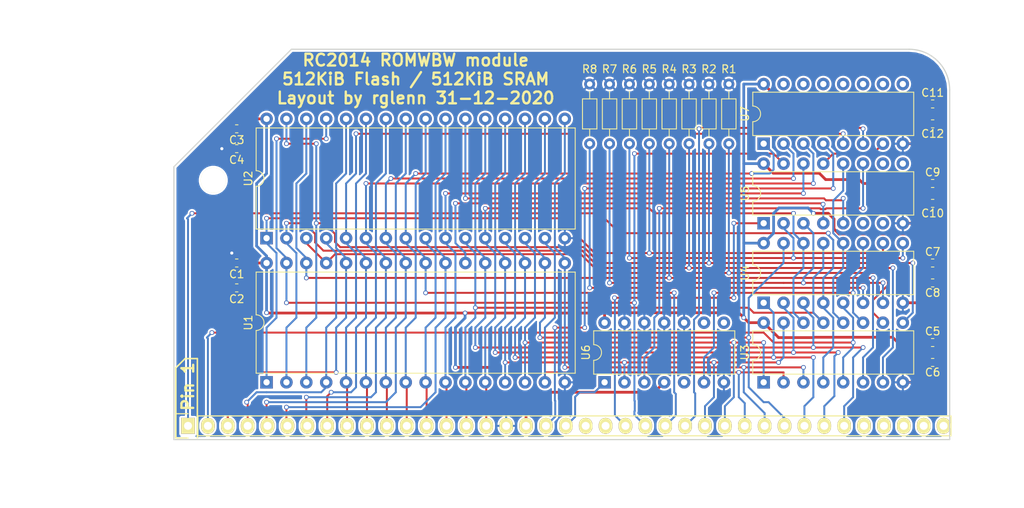
<source format=kicad_pcb>
(kicad_pcb (version 20171130) (host pcbnew "(5.1.6)-1")
  (layers (0 F.Cu signal) (31 B.Cu signal) (34 B.Paste user) (35 F.Paste user) (36 B.SilkS user) (37 F.SilkS user) (38 B.Mask user) (39 F.Mask user) (44 Edge.Cuts user))
  (net 0 "")
  (net 1 GND)
  (net 2 VCC)
  (net 3 A15)
  (net 4 A14)
  (net 5 A13)
  (net 6 A12)
  (net 7 A11)
  (net 8 A10)
  (net 9 A9)
  (net 10 A8)
  (net 11 A7)
  (net 12 A6)
  (net 13 A5)
  (net 14 A4)
  (net 15 A3)
  (net 16 A2)
  (net 17 A1)
  (net 18 A0)
  (net 19 /M1)
  (net 20 /RST)
  (net 21 /MREQ)
  (net 22 /WR)
  (net 23 /RD)
  (net 24 /IORQ)
  (net 25 D0)
  (net 26 D1)
  (net 27 D2)
  (net 28 D3)
  (net 29 D4)
  (net 30 D5)
  (net 31 D6)
  (net 32 D7)
  (net 33 MA14)
  (net 34 MA15)
  (net 35 MA16)
  (net 36 MA17)
  (net 37 MA18)
  (net 38 MA19)
  (net 39 MA20)
  (net 40 MA21)
  (net 41 FLASH_CE)
  (net 42 SRAM_CE)
  (net 43 PAGE_WR)
  (net 44 PAGE_EN)
  (net 45 "Net-(U5-Pad11)")
  (net 46 "Net-(U5-Pad13)")
  (net 47 CLK)
  (net 48 INT)
  (net 49 TX)
  (net 50 RX)
  (net 51 USR1)
  (net 52 USR2)
  (net 53 USR3)
  (net 54 "Net-(U5-Pad9)")
  (net 55 "Net-(U5-Pad10)")
  (net 56 "Net-(U5-Pad6)")
  (net 57 "Net-(U5-Pad7)")
  (net 58 "Net-(U6-Pad8)")
  (net 59 "Net-(U6-Pad9)")
  (net 60 "Net-(U6-Pad5)")
  (net 61 "Net-(U7-Pad15)")
  (net 62 "Net-(U7-Pad14)")
  (net 63 "Net-(U7-Pad13)")
  (net 64 "Net-(U7-Pad12)")
  (net 65 "Net-(U7-Pad11)")
  (net 66 "Net-(U7-Pad10)")
  (net 67 "Net-(U7-Pad9)")
  (module Housings_DIP:DIP-16_W7.62mm (layer F.Cu) (at 229.235 115.57 90)
    (fp_text reference U7 (at 3.81 -2.39 90) (layer F.SilkS))
    (fp_text value 74LS138)
    (pad 16 thru_hole oval (at 7.62 0 90) (size 1.6 1.6) (drill 0.8) (layers *.Cu *.Mask) (net 2 VCC))
    (pad 8 thru_hole oval (at 0 17.78 90) (size 1.6 1.6) (drill 0.8) (layers *.Cu *.Mask) (net 1 GND))
    (pad 15 thru_hole oval (at 7.62 2.54 90) (size 1.6 1.6) (drill 0.8) (layers *.Cu *.Mask) (net 61 "Net-(U7-Pad15)"))
    (pad 7 thru_hole oval (at 0 15.24 90) (size 1.6 1.6) (drill 0.8) (layers *.Cu *.Mask) (net 46 "Net-(U5-Pad13)"))
    (pad 14 thru_hole oval (at 7.62 5.08 90) (size 1.6 1.6) (drill 0.8) (layers *.Cu *.Mask) (net 62 "Net-(U7-Pad14)"))
    (pad 6 thru_hole oval (at 0 12.7 90) (size 1.6 1.6) (drill 0.8) (layers *.Cu *.Mask) (net 24 /IORQ))
    (pad 13 thru_hole oval (at 7.62 7.62 90) (size 1.6 1.6) (drill 0.8) (layers *.Cu *.Mask) (net 63 "Net-(U7-Pad13)"))
    (pad 5 thru_hole oval (at 0 10.16 90) (size 1.6 1.6) (drill 0.8) (layers *.Cu *.Mask) (net 11 A7))
    (pad 12 thru_hole oval (at 7.62 10.16 90) (size 1.6 1.6) (drill 0.8) (layers *.Cu *.Mask) (net 64 "Net-(U7-Pad12)"))
    (pad 4 thru_hole oval (at 0 7.62 90) (size 1.6 1.6) (drill 0.8) (layers *.Cu *.Mask) (net 19 /M1))
    (pad 11 thru_hole oval (at 7.62 12.7 90) (size 1.6 1.6) (drill 0.8) (layers *.Cu *.Mask) (net 65 "Net-(U7-Pad11)"))
    (pad 3 thru_hole oval (at 0 5.08 90) (size 1.6 1.6) (drill 0.8) (layers *.Cu *.Mask) (net 12 A6))
    (pad 10 thru_hole oval (at 7.62 15.24 90) (size 1.6 1.6) (drill 0.8) (layers *.Cu *.Mask) (net 66 "Net-(U7-Pad10)"))
    (pad 2 thru_hole oval (at 0 2.54 90) (size 1.6 1.6) (drill 0.8) (layers *.Cu *.Mask) (net 13 A5))
    (pad 9 thru_hole oval (at 7.62 17.78 90) (size 1.6 1.6) (drill 0.8) (layers *.Cu *.Mask) (net 67 "Net-(U7-Pad9)"))
    (pad 1 thru_hole rect (at 0 0 90) (size 1.6 1.6) (drill 0.8) (layers *.Cu *.Mask) (net 14 A4))
  )
  (module Housings_DIP:DIP-16_W7.62mm (layer F.Cu) (at 229.235 125.73 90)
    (fp_text reference U5 (at 3.81 -2.39 90) (layer F.SilkS))
    (fp_text value 74LS139)
    (pad 1 thru_hole rect (at 0 0 90) (size 1.6 1.6) (drill 0.8) (layers *.Cu *.Mask) (net 21 /MREQ))
    (pad 9 thru_hole oval (at 7.62 17.78 90) (size 1.6 1.6) (drill 0.8) (layers *.Cu *.Mask) (net 54 "Net-(U5-Pad9)"))
    (pad 2 thru_hole oval (at 0 2.54 90) (size 1.6 1.6) (drill 0.8) (layers *.Cu *.Mask) (net 38 MA19))
    (pad 10 thru_hole oval (at 7.62 15.24 90) (size 1.6 1.6) (drill 0.8) (layers *.Cu *.Mask) (net 55 "Net-(U5-Pad10)"))
    (pad 3 thru_hole oval (at 0 5.08 90) (size 1.6 1.6) (drill 0.8) (layers *.Cu *.Mask) (net 39 MA20))
    (pad 11 thru_hole oval (at 7.62 12.7 90) (size 1.6 1.6) (drill 0.8) (layers *.Cu *.Mask) (net 45 "Net-(U5-Pad11)"))
    (pad 4 thru_hole oval (at 0 7.62 90) (size 1.6 1.6) (drill 0.8) (layers *.Cu *.Mask) (net 41 FLASH_CE))
    (pad 12 thru_hole oval (at 7.62 10.16 90) (size 1.6 1.6) (drill 0.8) (layers *.Cu *.Mask) (net 43 PAGE_WR))
    (pad 5 thru_hole oval (at 0 10.16 90) (size 1.6 1.6) (drill 0.8) (layers *.Cu *.Mask) (net 42 SRAM_CE))
    (pad 13 thru_hole oval (at 7.62 7.62 90) (size 1.6 1.6) (drill 0.8) (layers *.Cu *.Mask) (net 46 "Net-(U5-Pad13)"))
    (pad 6 thru_hole oval (at 0 12.7 90) (size 1.6 1.6) (drill 0.8) (layers *.Cu *.Mask) (net 56 "Net-(U5-Pad6)"))
    (pad 14 thru_hole oval (at 7.62 5.08 90) (size 1.6 1.6) (drill 0.8) (layers *.Cu *.Mask) (net 16 A2))
    (pad 7 thru_hole oval (at 0 15.24 90) (size 1.6 1.6) (drill 0.8) (layers *.Cu *.Mask) (net 57 "Net-(U5-Pad7)"))
    (pad 15 thru_hole oval (at 7.62 2.54 90) (size 1.6 1.6) (drill 0.8) (layers *.Cu *.Mask) (net 22 /WR))
    (pad 8 thru_hole oval (at 0 17.78 90) (size 1.6 1.6) (drill 0.8) (layers *.Cu *.Mask) (net 1 GND))
    (pad 16 thru_hole oval (at 7.62 0 90) (size 1.6 1.6) (drill 0.8) (layers *.Cu *.Mask) (net 2 VCC))
  )
  (module Housings_DIP:DIP-16_W7.62mm (layer F.Cu) (at 229.235 135.89 90)
    (fp_text reference U4 (at 3.81 -2.39 90) (layer F.SilkS))
    (fp_text value 74LS670)
    (pad 1 thru_hole rect (at 0 0 90) (size 1.6 1.6) (drill 0.8) (layers *.Cu *.Mask) (net 30 D5))
    (pad 9 thru_hole oval (at 7.62 17.78 90) (size 1.6 1.6) (drill 0.8) (layers *.Cu *.Mask) (net 38 MA19))
    (pad 2 thru_hole oval (at 0 2.54 90) (size 1.6 1.6) (drill 0.8) (layers *.Cu *.Mask) (net 31 D6))
    (pad 10 thru_hole oval (at 7.62 15.24 90) (size 1.6 1.6) (drill 0.8) (layers *.Cu *.Mask) (net 37 MA18))
    (pad 3 thru_hole oval (at 0 5.08 90) (size 1.6 1.6) (drill 0.8) (layers *.Cu *.Mask) (net 32 D7))
    (pad 11 thru_hole oval (at 7.62 12.7 90) (size 1.6 1.6) (drill 0.8) (layers *.Cu *.Mask) (net 44 PAGE_EN))
    (pad 4 thru_hole oval (at 0 7.62 90) (size 1.6 1.6) (drill 0.8) (layers *.Cu *.Mask) (net 3 A15))
    (pad 12 thru_hole oval (at 7.62 10.16 90) (size 1.6 1.6) (drill 0.8) (layers *.Cu *.Mask) (net 43 PAGE_WR))
    (pad 5 thru_hole oval (at 0 10.16 90) (size 1.6 1.6) (drill 0.8) (layers *.Cu *.Mask) (net 4 A14))
    (pad 13 thru_hole oval (at 7.62 7.62 90) (size 1.6 1.6) (drill 0.8) (layers *.Cu *.Mask) (net 17 A1))
    (pad 6 thru_hole oval (at 0 12.7 90) (size 1.6 1.6) (drill 0.8) (layers *.Cu *.Mask) (net 40 MA21))
    (pad 14 thru_hole oval (at 7.62 5.08 90) (size 1.6 1.6) (drill 0.8) (layers *.Cu *.Mask) (net 18 A0))
    (pad 7 thru_hole oval (at 0 15.24 90) (size 1.6 1.6) (drill 0.8) (layers *.Cu *.Mask) (net 39 MA20))
    (pad 15 thru_hole oval (at 7.62 2.54 90) (size 1.6 1.6) (drill 0.8) (layers *.Cu *.Mask) (net 29 D4))
    (pad 8 thru_hole oval (at 0 17.78 90) (size 1.6 1.6) (drill 0.8) (layers *.Cu *.Mask) (net 1 GND))
    (pad 16 thru_hole oval (at 7.62 0 90) (size 1.6 1.6) (drill 0.8) (layers *.Cu *.Mask) (net 2 VCC))
  )
  (module Pin_Headers:Pin_Header_Straight_1x39_Pitch2.54mm (layer F.Cu) (at 155.702 151.6126 90)
    (fp_text reference J1 hide)
    (fp_text value CONN_01X39)
    (pad 1 thru_hole rect (at 0 0 90) (size 2.032 1.7272) (drill 1.016) (layers *.Cu *.Mask F.SilkS) (net 3 A15))
    (pad 2 thru_hole oval (at 0 2.54 90) (size 2.032 1.7272) (drill 1.016) (layers *.Cu *.Mask F.SilkS) (net 4 A14))
    (pad 3 thru_hole oval (at 0 5.08 90) (size 2.032 1.7272) (drill 1.016) (layers *.Cu *.Mask F.SilkS) (net 5 A13))
    (pad 4 thru_hole oval (at 0 7.62 90) (size 2.032 1.7272) (drill 1.016) (layers *.Cu *.Mask F.SilkS) (net 6 A12))
    (pad 5 thru_hole oval (at 0 10.16 90) (size 2.032 1.7272) (drill 1.016) (layers *.Cu *.Mask F.SilkS) (net 7 A11))
    (pad 6 thru_hole oval (at 0 12.7 90) (size 2.032 1.7272) (drill 1.016) (layers *.Cu *.Mask F.SilkS) (net 8 A10))
    (pad 7 thru_hole oval (at 0 15.24 90) (size 2.032 1.7272) (drill 1.016) (layers *.Cu *.Mask F.SilkS) (net 9 A9))
    (pad 8 thru_hole oval (at 0 17.78 90) (size 2.032 1.7272) (drill 1.016) (layers *.Cu *.Mask F.SilkS) (net 10 A8))
    (pad 9 thru_hole oval (at 0 20.32 90) (size 2.032 1.7272) (drill 1.016) (layers *.Cu *.Mask F.SilkS) (net 11 A7))
    (pad 10 thru_hole oval (at 0 22.86 90) (size 2.032 1.7272) (drill 1.016) (layers *.Cu *.Mask F.SilkS) (net 12 A6))
    (pad 11 thru_hole oval (at 0 25.4 90) (size 2.032 1.7272) (drill 1.016) (layers *.Cu *.Mask F.SilkS) (net 13 A5))
    (pad 12 thru_hole oval (at 0 27.94 90) (size 2.032 1.7272) (drill 1.016) (layers *.Cu *.Mask F.SilkS) (net 14 A4))
    (pad 13 thru_hole oval (at 0 30.48 90) (size 2.032 1.7272) (drill 1.016) (layers *.Cu *.Mask F.SilkS) (net 15 A3))
    (pad 14 thru_hole oval (at 0 33.02 90) (size 2.032 1.7272) (drill 1.016) (layers *.Cu *.Mask F.SilkS) (net 16 A2))
    (pad 15 thru_hole oval (at 0 35.56 90) (size 2.032 1.7272) (drill 1.016) (layers *.Cu *.Mask F.SilkS) (net 17 A1))
    (pad 16 thru_hole oval (at 0 38.1 90) (size 2.032 1.7272) (drill 1.016) (layers *.Cu *.Mask F.SilkS) (net 18 A0))
    (pad 17 thru_hole oval (at 0 40.64 90) (size 2.032 1.7272) (drill 1.016) (layers *.Cu *.Mask F.SilkS) (net 1 GND))
    (pad 18 thru_hole oval (at 0 43.18 90) (size 2.032 1.7272) (drill 1.016) (layers *.Cu *.Mask F.SilkS) (net 2 VCC))
    (pad 19 thru_hole oval (at 0 45.72 90) (size 2.032 1.7272) (drill 1.016) (layers *.Cu *.Mask F.SilkS) (net 19 /M1))
    (pad 20 thru_hole oval (at 0 48.26 90) (size 2.032 1.7272) (drill 1.016) (layers *.Cu *.Mask F.SilkS) (net 20 /RST))
    (pad 21 thru_hole oval (at 0 50.8 90) (size 2.032 1.7272) (drill 1.016) (layers *.Cu *.Mask F.SilkS) (net 47 CLK))
    (pad 22 thru_hole oval (at 0 53.34 90) (size 2.032 1.7272) (drill 1.016) (layers *.Cu *.Mask F.SilkS) (net 48 INT))
    (pad 23 thru_hole oval (at 0 55.88 90) (size 2.032 1.7272) (drill 1.016) (layers *.Cu *.Mask F.SilkS) (net 21 /MREQ))
    (pad 24 thru_hole oval (at 0 58.42 90) (size 2.032 1.7272) (drill 1.016) (layers *.Cu *.Mask F.SilkS) (net 22 /WR))
    (pad 25 thru_hole oval (at 0 60.96 90) (size 2.032 1.7272) (drill 1.016) (layers *.Cu *.Mask F.SilkS) (net 23 /RD))
    (pad 26 thru_hole oval (at 0 63.5 90) (size 2.032 1.7272) (drill 1.016) (layers *.Cu *.Mask F.SilkS) (net 24 /IORQ))
    (pad 27 thru_hole oval (at 0 66.04 90) (size 2.032 1.7272) (drill 1.016) (layers *.Cu *.Mask F.SilkS) (net 25 D0))
    (pad 28 thru_hole oval (at 0 68.58 90) (size 2.032 1.7272) (drill 1.016) (layers *.Cu *.Mask F.SilkS) (net 26 D1))
    (pad 29 thru_hole oval (at 0 71.12 90) (size 2.032 1.7272) (drill 1.016) (layers *.Cu *.Mask F.SilkS) (net 27 D2))
    (pad 30 thru_hole oval (at 0 73.66 90) (size 2.032 1.7272) (drill 1.016) (layers *.Cu *.Mask F.SilkS) (net 28 D3))
    (pad 31 thru_hole oval (at 0 76.2 90) (size 2.032 1.7272) (drill 1.016) (layers *.Cu *.Mask F.SilkS) (net 29 D4))
    (pad 32 thru_hole oval (at 0 78.74 90) (size 2.032 1.7272) (drill 1.016) (layers *.Cu *.Mask F.SilkS) (net 30 D5))
    (pad 33 thru_hole oval (at 0 81.28 90) (size 2.032 1.7272) (drill 1.016) (layers *.Cu *.Mask F.SilkS) (net 31 D6))
    (pad 34 thru_hole oval (at 0 83.82 90) (size 2.032 1.7272) (drill 1.016) (layers *.Cu *.Mask F.SilkS) (net 32 D7))
    (pad 35 thru_hole oval (at 0 86.36 90) (size 2.032 1.7272) (drill 1.016) (layers *.Cu *.Mask F.SilkS) (net 49 TX))
    (pad 36 thru_hole oval (at 0 88.9 90) (size 2.032 1.7272) (drill 1.016) (layers *.Cu *.Mask F.SilkS) (net 50 RX))
    (pad 37 thru_hole oval (at 0 91.44 90) (size 2.032 1.7272) (drill 1.016) (layers *.Cu *.Mask F.SilkS) (net 51 USR1))
    (pad 38 thru_hole oval (at 0 93.98 90) (size 2.032 1.7272) (drill 1.016) (layers *.Cu *.Mask F.SilkS) (net 52 USR2))
    (pad 39 thru_hole oval (at 0 96.52 90) (size 2.032 1.7272) (drill 1.016) (layers *.Cu *.Mask F.SilkS) (net 53 USR3))
  )
  (module Mounting_Holes:MountingHole_3.2mm_M3 (layer F.Cu) (at 158.9278 120.2436)
    (fp_text reference MNT0 hide)
    (fp_text value "" hide)
    (pad "" np_thru_hole circle (at 0 0) (size 3.2 3.2) (drill 3.2) (layers *.Cu *.Mask F.SilkS))
  )
  (module Resistor_THT:R_Axial_DIN0204_L3.6mm_D1.6mm_P7.62mm_Horizontal (layer F.Cu) (at 224.79 107.95 270)
    (fp_text reference R1 (at -1.905 0 180) (layer F.SilkS))
    (fp_text value 4.7K)
    (pad 2 thru_hole oval (at 7.62 0 270) (size 1.4 1.4) (drill 0.7) (layers *.Cu *.Mask) (net 33 MA14))
    (pad 1 thru_hole circle (at 0 0 270) (size 1.4 1.4) (drill 0.7) (layers *.Cu *.Mask) (net 1 GND))
  )
  (module Resistor_THT:R_Axial_DIN0204_L3.6mm_D1.6mm_P7.62mm_Horizontal (layer F.Cu) (at 222.25 107.95 270)
    (fp_text reference R2 (at -1.905 0 180) (layer F.SilkS))
    (fp_text value 4.7K)
    (pad 1 thru_hole circle (at 0 0 270) (size 1.4 1.4) (drill 0.7) (layers *.Cu *.Mask) (net 1 GND))
    (pad 2 thru_hole oval (at 7.62 0 270) (size 1.4 1.4) (drill 0.7) (layers *.Cu *.Mask) (net 34 MA15))
  )
  (module Resistor_THT:R_Axial_DIN0204_L3.6mm_D1.6mm_P7.62mm_Horizontal (layer F.Cu) (at 219.71 107.95 270)
    (fp_text reference R3 (at -1.905 0 180) (layer F.SilkS))
    (fp_text value 4.7K)
    (pad 2 thru_hole oval (at 7.62 0 270) (size 1.4 1.4) (drill 0.7) (layers *.Cu *.Mask) (net 35 MA16))
    (pad 1 thru_hole circle (at 0 0 270) (size 1.4 1.4) (drill 0.7) (layers *.Cu *.Mask) (net 1 GND))
  )
  (module Resistor_THT:R_Axial_DIN0204_L3.6mm_D1.6mm_P7.62mm_Horizontal (layer F.Cu) (at 217.17 107.95 270)
    (fp_text reference R4 (at -1.905 0 180) (layer F.SilkS))
    (fp_text value 4.7K)
    (pad 1 thru_hole circle (at 0 0 270) (size 1.4 1.4) (drill 0.7) (layers *.Cu *.Mask) (net 1 GND))
    (pad 2 thru_hole oval (at 7.62 0 270) (size 1.4 1.4) (drill 0.7) (layers *.Cu *.Mask) (net 36 MA17))
  )
  (module Resistor_THT:R_Axial_DIN0204_L3.6mm_D1.6mm_P7.62mm_Horizontal (layer F.Cu) (at 214.63 107.95 270)
    (fp_text reference R5 (at -1.905 0 180) (layer F.SilkS))
    (fp_text value 1K)
    (pad 2 thru_hole oval (at 7.62 0 270) (size 1.4 1.4) (drill 0.7) (layers *.Cu *.Mask) (net 37 MA18))
    (pad 1 thru_hole circle (at 0 0 270) (size 1.4 1.4) (drill 0.7) (layers *.Cu *.Mask) (net 1 GND))
  )
  (module Resistor_THT:R_Axial_DIN0204_L3.6mm_D1.6mm_P7.62mm_Horizontal (layer F.Cu) (at 212.09 107.95 270)
    (fp_text reference R6 (at -1.905 0 180) (layer F.SilkS))
    (fp_text value 1K)
    (pad 1 thru_hole circle (at 0 0 270) (size 1.4 1.4) (drill 0.7) (layers *.Cu *.Mask) (net 1 GND))
    (pad 2 thru_hole oval (at 7.62 0 270) (size 1.4 1.4) (drill 0.7) (layers *.Cu *.Mask) (net 38 MA19))
  )
  (module Resistor_THT:R_Axial_DIN0204_L3.6mm_D1.6mm_P7.62mm_Horizontal (layer F.Cu) (at 209.55 107.95 270)
    (fp_text reference R7 (at -1.905 0 180) (layer F.SilkS))
    (fp_text value 1K)
    (pad 2 thru_hole oval (at 7.62 0 270) (size 1.4 1.4) (drill 0.7) (layers *.Cu *.Mask) (net 39 MA20))
    (pad 1 thru_hole circle (at 0 0 270) (size 1.4 1.4) (drill 0.7) (layers *.Cu *.Mask) (net 1 GND))
  )
  (module Resistor_THT:R_Axial_DIN0204_L3.6mm_D1.6mm_P7.62mm_Horizontal (layer F.Cu) (at 207.01 107.95 270)
    (fp_text reference R8 (at -1.905 0 180) (layer F.SilkS))
    (fp_text value 1K)
    (pad 1 thru_hole circle (at 0 0 270) (size 1.4 1.4) (drill 0.7) (layers *.Cu *.Mask) (net 1 GND))
    (pad 2 thru_hole oval (at 7.62 0 270) (size 1.4 1.4) (drill 0.7) (layers *.Cu *.Mask) (net 40 MA21))
  )
  (module Package_DIP:DIP-32_W15.24mm (layer F.Cu) (at 165.735 146.05 90)
    (fp_text reference U1 (at 7.62 -2.33 90) (layer F.SilkS))
    (fp_text value SST39SF040)
    (pad 1 thru_hole rect (at 0 0 90) (size 1.6 1.6) (drill 0.8) (layers *.Cu *.Mask) (net 37 MA18))
    (pad 17 thru_hole oval (at 15.24 38.1 90) (size 1.6 1.6) (drill 0.8) (layers *.Cu *.Mask) (net 28 D3))
    (pad 2 thru_hole oval (at 0 2.54 90) (size 1.6 1.6) (drill 0.8) (layers *.Cu *.Mask) (net 35 MA16))
    (pad 18 thru_hole oval (at 15.24 35.56 90) (size 1.6 1.6) (drill 0.8) (layers *.Cu *.Mask) (net 29 D4))
    (pad 3 thru_hole oval (at 0 5.08 90) (size 1.6 1.6) (drill 0.8) (layers *.Cu *.Mask) (net 34 MA15))
    (pad 19 thru_hole oval (at 15.24 33.02 90) (size 1.6 1.6) (drill 0.8) (layers *.Cu *.Mask) (net 30 D5))
    (pad 4 thru_hole oval (at 0 7.62 90) (size 1.6 1.6) (drill 0.8) (layers *.Cu *.Mask) (net 6 A12))
    (pad 20 thru_hole oval (at 15.24 30.48 90) (size 1.6 1.6) (drill 0.8) (layers *.Cu *.Mask) (net 31 D6))
    (pad 5 thru_hole oval (at 0 10.16 90) (size 1.6 1.6) (drill 0.8) (layers *.Cu *.Mask) (net 11 A7))
    (pad 21 thru_hole oval (at 15.24 27.94 90) (size 1.6 1.6) (drill 0.8) (layers *.Cu *.Mask) (net 32 D7))
    (pad 6 thru_hole oval (at 0 12.7 90) (size 1.6 1.6) (drill 0.8) (layers *.Cu *.Mask) (net 12 A6))
    (pad 22 thru_hole oval (at 15.24 25.4 90) (size 1.6 1.6) (drill 0.8) (layers *.Cu *.Mask) (net 41 FLASH_CE))
    (pad 7 thru_hole oval (at 0 15.24 90) (size 1.6 1.6) (drill 0.8) (layers *.Cu *.Mask) (net 13 A5))
    (pad 23 thru_hole oval (at 15.24 22.86 90) (size 1.6 1.6) (drill 0.8) (layers *.Cu *.Mask) (net 8 A10))
    (pad 8 thru_hole oval (at 0 17.78 90) (size 1.6 1.6) (drill 0.8) (layers *.Cu *.Mask) (net 14 A4))
    (pad 24 thru_hole oval (at 15.24 20.32 90) (size 1.6 1.6) (drill 0.8) (layers *.Cu *.Mask) (net 23 /RD))
    (pad 9 thru_hole oval (at 0 20.32 90) (size 1.6 1.6) (drill 0.8) (layers *.Cu *.Mask) (net 15 A3))
    (pad 25 thru_hole oval (at 15.24 17.78 90) (size 1.6 1.6) (drill 0.8) (layers *.Cu *.Mask) (net 7 A11))
    (pad 10 thru_hole oval (at 0 22.86 90) (size 1.6 1.6) (drill 0.8) (layers *.Cu *.Mask) (net 16 A2))
    (pad 26 thru_hole oval (at 15.24 15.24 90) (size 1.6 1.6) (drill 0.8) (layers *.Cu *.Mask) (net 9 A9))
    (pad 11 thru_hole oval (at 0 25.4 90) (size 1.6 1.6) (drill 0.8) (layers *.Cu *.Mask) (net 17 A1))
    (pad 27 thru_hole oval (at 15.24 12.7 90) (size 1.6 1.6) (drill 0.8) (layers *.Cu *.Mask) (net 10 A8))
    (pad 12 thru_hole oval (at 0 27.94 90) (size 1.6 1.6) (drill 0.8) (layers *.Cu *.Mask) (net 18 A0))
    (pad 28 thru_hole oval (at 15.24 10.16 90) (size 1.6 1.6) (drill 0.8) (layers *.Cu *.Mask) (net 5 A13))
    (pad 13 thru_hole oval (at 0 30.48 90) (size 1.6 1.6) (drill 0.8) (layers *.Cu *.Mask) (net 25 D0))
    (pad 29 thru_hole oval (at 15.24 7.62 90) (size 1.6 1.6) (drill 0.8) (layers *.Cu *.Mask) (net 33 MA14))
    (pad 14 thru_hole oval (at 0 33.02 90) (size 1.6 1.6) (drill 0.8) (layers *.Cu *.Mask) (net 26 D1))
    (pad 30 thru_hole oval (at 15.24 5.08 90) (size 1.6 1.6) (drill 0.8) (layers *.Cu *.Mask) (net 36 MA17))
    (pad 15 thru_hole oval (at 0 35.56 90) (size 1.6 1.6) (drill 0.8) (layers *.Cu *.Mask) (net 27 D2))
    (pad 31 thru_hole oval (at 15.24 2.54 90) (size 1.6 1.6) (drill 0.8) (layers *.Cu *.Mask) (net 22 /WR))
    (pad 16 thru_hole oval (at 0 38.1 90) (size 1.6 1.6) (drill 0.8) (layers *.Cu *.Mask) (net 1 GND))
    (pad 32 thru_hole oval (at 15.24 0 90) (size 1.6 1.6) (drill 0.8) (layers *.Cu *.Mask) (net 2 VCC))
  )
  (module Package_DIP:DIP-32_W15.24mm (layer F.Cu) (at 165.735 127.635 90)
    (fp_text reference U2 (at 7.62 -2.33 90) (layer F.SilkS))
    (fp_text value AS6C4008-55PCN)
    (pad 32 thru_hole oval (at 15.24 0 90) (size 1.6 1.6) (drill 0.8) (layers *.Cu *.Mask) (net 2 VCC))
    (pad 16 thru_hole oval (at 0 38.1 90) (size 1.6 1.6) (drill 0.8) (layers *.Cu *.Mask) (net 1 GND))
    (pad 31 thru_hole oval (at 15.24 2.54 90) (size 1.6 1.6) (drill 0.8) (layers *.Cu *.Mask) (net 34 MA15))
    (pad 15 thru_hole oval (at 0 35.56 90) (size 1.6 1.6) (drill 0.8) (layers *.Cu *.Mask) (net 27 D2))
    (pad 30 thru_hole oval (at 15.24 5.08 90) (size 1.6 1.6) (drill 0.8) (layers *.Cu *.Mask) (net 36 MA17))
    (pad 14 thru_hole oval (at 0 33.02 90) (size 1.6 1.6) (drill 0.8) (layers *.Cu *.Mask) (net 26 D1))
    (pad 29 thru_hole oval (at 15.24 7.62 90) (size 1.6 1.6) (drill 0.8) (layers *.Cu *.Mask) (net 22 /WR))
    (pad 13 thru_hole oval (at 0 30.48 90) (size 1.6 1.6) (drill 0.8) (layers *.Cu *.Mask) (net 25 D0))
    (pad 28 thru_hole oval (at 15.24 10.16 90) (size 1.6 1.6) (drill 0.8) (layers *.Cu *.Mask) (net 5 A13))
    (pad 12 thru_hole oval (at 0 27.94 90) (size 1.6 1.6) (drill 0.8) (layers *.Cu *.Mask) (net 18 A0))
    (pad 27 thru_hole oval (at 15.24 12.7 90) (size 1.6 1.6) (drill 0.8) (layers *.Cu *.Mask) (net 10 A8))
    (pad 11 thru_hole oval (at 0 25.4 90) (size 1.6 1.6) (drill 0.8) (layers *.Cu *.Mask) (net 17 A1))
    (pad 26 thru_hole oval (at 15.24 15.24 90) (size 1.6 1.6) (drill 0.8) (layers *.Cu *.Mask) (net 9 A9))
    (pad 10 thru_hole oval (at 0 22.86 90) (size 1.6 1.6) (drill 0.8) (layers *.Cu *.Mask) (net 16 A2))
    (pad 25 thru_hole oval (at 15.24 17.78 90) (size 1.6 1.6) (drill 0.8) (layers *.Cu *.Mask) (net 7 A11))
    (pad 9 thru_hole oval (at 0 20.32 90) (size 1.6 1.6) (drill 0.8) (layers *.Cu *.Mask) (net 15 A3))
    (pad 24 thru_hole oval (at 15.24 20.32 90) (size 1.6 1.6) (drill 0.8) (layers *.Cu *.Mask) (net 23 /RD))
    (pad 8 thru_hole oval (at 0 17.78 90) (size 1.6 1.6) (drill 0.8) (layers *.Cu *.Mask) (net 14 A4))
    (pad 23 thru_hole oval (at 15.24 22.86 90) (size 1.6 1.6) (drill 0.8) (layers *.Cu *.Mask) (net 8 A10))
    (pad 7 thru_hole oval (at 0 15.24 90) (size 1.6 1.6) (drill 0.8) (layers *.Cu *.Mask) (net 13 A5))
    (pad 22 thru_hole oval (at 15.24 25.4 90) (size 1.6 1.6) (drill 0.8) (layers *.Cu *.Mask) (net 42 SRAM_CE))
    (pad 6 thru_hole oval (at 0 12.7 90) (size 1.6 1.6) (drill 0.8) (layers *.Cu *.Mask) (net 12 A6))
    (pad 21 thru_hole oval (at 15.24 27.94 90) (size 1.6 1.6) (drill 0.8) (layers *.Cu *.Mask) (net 32 D7))
    (pad 5 thru_hole oval (at 0 10.16 90) (size 1.6 1.6) (drill 0.8) (layers *.Cu *.Mask) (net 11 A7))
    (pad 20 thru_hole oval (at 15.24 30.48 90) (size 1.6 1.6) (drill 0.8) (layers *.Cu *.Mask) (net 31 D6))
    (pad 4 thru_hole oval (at 0 7.62 90) (size 1.6 1.6) (drill 0.8) (layers *.Cu *.Mask) (net 6 A12))
    (pad 19 thru_hole oval (at 15.24 33.02 90) (size 1.6 1.6) (drill 0.8) (layers *.Cu *.Mask) (net 30 D5))
    (pad 3 thru_hole oval (at 0 5.08 90) (size 1.6 1.6) (drill 0.8) (layers *.Cu *.Mask) (net 33 MA14))
    (pad 18 thru_hole oval (at 15.24 35.56 90) (size 1.6 1.6) (drill 0.8) (layers *.Cu *.Mask) (net 29 D4))
    (pad 2 thru_hole oval (at 0 2.54 90) (size 1.6 1.6) (drill 0.8) (layers *.Cu *.Mask) (net 35 MA16))
    (pad 17 thru_hole oval (at 15.24 38.1 90) (size 1.6 1.6) (drill 0.8) (layers *.Cu *.Mask) (net 28 D3))
    (pad 1 thru_hole rect (at 0 0 90) (size 1.6 1.6) (drill 0.8) (layers *.Cu *.Mask) (net 37 MA18))
  )
  (module Housings_DIP:DIP-16_W7.62mm (layer F.Cu) (at 229.235 146.05 90)
    (fp_text reference U3 (at 3.81 -2.39 90) (layer F.SilkS))
    (fp_text value 74LS670)
    (pad 16 thru_hole oval (at 7.62 0 90) (size 1.6 1.6) (drill 0.8) (layers *.Cu *.Mask) (net 2 VCC))
    (pad 8 thru_hole oval (at 0 17.78 90) (size 1.6 1.6) (drill 0.8) (layers *.Cu *.Mask) (net 1 GND))
    (pad 15 thru_hole oval (at 7.62 2.54 90) (size 1.6 1.6) (drill 0.8) (layers *.Cu *.Mask) (net 25 D0))
    (pad 7 thru_hole oval (at 0 15.24 90) (size 1.6 1.6) (drill 0.8) (layers *.Cu *.Mask) (net 35 MA16))
    (pad 14 thru_hole oval (at 7.62 5.08 90) (size 1.6 1.6) (drill 0.8) (layers *.Cu *.Mask) (net 18 A0))
    (pad 6 thru_hole oval (at 0 12.7 90) (size 1.6 1.6) (drill 0.8) (layers *.Cu *.Mask) (net 36 MA17))
    (pad 13 thru_hole oval (at 7.62 7.62 90) (size 1.6 1.6) (drill 0.8) (layers *.Cu *.Mask) (net 17 A1))
    (pad 5 thru_hole oval (at 0 10.16 90) (size 1.6 1.6) (drill 0.8) (layers *.Cu *.Mask) (net 4 A14))
    (pad 12 thru_hole oval (at 7.62 10.16 90) (size 1.6 1.6) (drill 0.8) (layers *.Cu *.Mask) (net 43 PAGE_WR))
    (pad 4 thru_hole oval (at 0 7.62 90) (size 1.6 1.6) (drill 0.8) (layers *.Cu *.Mask) (net 3 A15))
    (pad 11 thru_hole oval (at 7.62 12.7 90) (size 1.6 1.6) (drill 0.8) (layers *.Cu *.Mask) (net 44 PAGE_EN))
    (pad 3 thru_hole oval (at 0 5.08 90) (size 1.6 1.6) (drill 0.8) (layers *.Cu *.Mask) (net 28 D3))
    (pad 10 thru_hole oval (at 7.62 15.24 90) (size 1.6 1.6) (drill 0.8) (layers *.Cu *.Mask) (net 33 MA14))
    (pad 2 thru_hole oval (at 0 2.54 90) (size 1.6 1.6) (drill 0.8) (layers *.Cu *.Mask) (net 27 D2))
    (pad 9 thru_hole oval (at 7.62 17.78 90) (size 1.6 1.6) (drill 0.8) (layers *.Cu *.Mask) (net 34 MA15))
    (pad 1 thru_hole rect (at 0 0 90) (size 1.6 1.6) (drill 0.8) (layers *.Cu *.Mask) (net 26 D1))
  )
  (module Housings_DIP:DIP-14_W7.62mm (layer F.Cu) (at 208.915 146.05 90)
    (fp_text reference U6 (at 3.81 -2.39 90) (layer F.SilkS))
    (fp_text value 74LS74)
    (pad 1 thru_hole rect (at 0 0 90) (size 1.6 1.6) (drill 0.8) (layers *.Cu *.Mask) (net 20 /RST))
    (pad 8 thru_hole oval (at 7.62 15.24 90) (size 1.6 1.6) (drill 0.8) (layers *.Cu *.Mask) (net 58 "Net-(U6-Pad8)"))
    (pad 2 thru_hole oval (at 0 2.54 90) (size 1.6 1.6) (drill 0.8) (layers *.Cu *.Mask) (net 25 D0))
    (pad 9 thru_hole oval (at 7.62 12.7 90) (size 1.6 1.6) (drill 0.8) (layers *.Cu *.Mask) (net 59 "Net-(U6-Pad9)"))
    (pad 3 thru_hole oval (at 0 5.08 90) (size 1.6 1.6) (drill 0.8) (layers *.Cu *.Mask) (net 45 "Net-(U5-Pad11)"))
    (pad 10 thru_hole oval (at 7.62 10.16 90) (size 1.6 1.6) (drill 0.8) (layers *.Cu *.Mask) (net 1 GND))
    (pad 4 thru_hole oval (at 0 7.62 90) (size 1.6 1.6) (drill 0.8) (layers *.Cu *.Mask) (net 2 VCC))
    (pad 11 thru_hole oval (at 7.62 7.62 90) (size 1.6 1.6) (drill 0.8) (layers *.Cu *.Mask) (net 1 GND))
    (pad 5 thru_hole oval (at 0 10.16 90) (size 1.6 1.6) (drill 0.8) (layers *.Cu *.Mask) (net 60 "Net-(U6-Pad5)"))
    (pad 12 thru_hole oval (at 7.62 5.08 90) (size 1.6 1.6) (drill 0.8) (layers *.Cu *.Mask) (net 1 GND))
    (pad 6 thru_hole oval (at 0 12.7 90) (size 1.6 1.6) (drill 0.8) (layers *.Cu *.Mask) (net 44 PAGE_EN))
    (pad 13 thru_hole oval (at 7.62 2.54 90) (size 1.6 1.6) (drill 0.8) (layers *.Cu *.Mask) (net 1 GND))
    (pad 7 thru_hole oval (at 0 15.24 90) (size 1.6 1.6) (drill 0.8) (layers *.Cu *.Mask) (net 1 GND))
    (pad 14 thru_hole oval (at 7.62 0 90) (size 1.6 1.6) (drill 0.8) (layers *.Cu *.Mask) (net 2 VCC))
  )
  (module Capacitor_SMD:C_0603_1608Metric (layer F.Cu) (at 161.925 130.81 180)
    (fp_text reference C1 (at 0 -1.43) (layer F.SilkS))
    (fp_text value 100n)
    (pad 2 smd roundrect (at 0.7875 0 180) (size 0.875 0.95) (layers F.Cu F.Paste F.Mask) (net 1 GND))
    (pad 1 smd roundrect (at -0.7875 0 180) (size 0.875 0.95) (layers F.Cu F.Paste F.Mask) (net 2 VCC))
  )
  (module Capacitor_SMD:C_0603_1608Metric (layer F.Cu) (at 161.925 133.985 180)
    (fp_text reference C2 (at 0 -1.43) (layer F.SilkS))
    (fp_text value 1u)
    (pad 1 smd roundrect (at -0.7875 0 180) (size 0.875 0.95) (layers F.Cu F.Paste F.Mask) (net 2 VCC))
    (pad 2 smd roundrect (at 0.7875 0 180) (size 0.875 0.95) (layers F.Cu F.Paste F.Mask) (net 1 GND))
  )
  (module Capacitor_SMD:C_0603_1608Metric (layer F.Cu) (at 161.925 113.665 180)
    (fp_text reference C3 (at 0 -1.43) (layer F.SilkS))
    (fp_text value 100n)
    (pad 2 smd roundrect (at 0.7875 0 180) (size 0.875 0.95) (layers F.Cu F.Paste F.Mask) (net 1 GND))
    (pad 1 smd roundrect (at -0.7875 0 180) (size 0.875 0.95) (layers F.Cu F.Paste F.Mask) (net 2 VCC))
  )
  (module Capacitor_SMD:C_0603_1608Metric (layer F.Cu) (at 161.925 116.205 180)
    (fp_text reference C4 (at 0 -1.43) (layer F.SilkS))
    (fp_text value 1u)
    (pad 1 smd roundrect (at -0.7875 0 180) (size 0.875 0.95) (layers F.Cu F.Paste F.Mask) (net 2 VCC))
    (pad 2 smd roundrect (at 0.7875 0 180) (size 0.875 0.95) (layers F.Cu F.Paste F.Mask) (net 1 GND))
  )
  (module Capacitor_SMD:C_0603_1608Metric (layer F.Cu) (at 250.825 140.97)
    (fp_text reference C5 (at 0 -1.43) (layer F.SilkS))
    (fp_text value 100n)
    (pad 2 smd roundrect (at 0.7875 0) (size 0.875 0.95) (layers F.Cu F.Paste F.Mask) (net 1 GND))
    (pad 1 smd roundrect (at -0.7875 0) (size 0.875 0.95) (layers F.Cu F.Paste F.Mask) (net 2 VCC))
  )
  (module Capacitor_SMD:C_0603_1608Metric (layer F.Cu) (at 250.825 143.51)
    (fp_text reference C6 (at 0 1.27) (layer F.SilkS))
    (fp_text value 1u)
    (pad 1 smd roundrect (at -0.7875 0) (size 0.875 0.95) (layers F.Cu F.Paste F.Mask) (net 2 VCC))
    (pad 2 smd roundrect (at 0.7875 0) (size 0.875 0.95) (layers F.Cu F.Paste F.Mask) (net 1 GND))
  )
  (module Capacitor_SMD:C_0603_1608Metric (layer F.Cu) (at 250.825 130.81)
    (fp_text reference C7 (at 0 -1.43) (layer F.SilkS))
    (fp_text value 100n)
    (pad 2 smd roundrect (at 0.7875 0) (size 0.875 0.95) (layers F.Cu F.Paste F.Mask) (net 1 GND))
    (pad 1 smd roundrect (at -0.7875 0) (size 0.875 0.95) (layers F.Cu F.Paste F.Mask) (net 2 VCC))
  )
  (module Capacitor_SMD:C_0603_1608Metric (layer F.Cu) (at 250.825 133.35)
    (fp_text reference C8 (at 0 1.27) (layer F.SilkS))
    (fp_text value 1u)
    (pad 1 smd roundrect (at -0.7875 0) (size 0.875 0.95) (layers F.Cu F.Paste F.Mask) (net 2 VCC))
    (pad 2 smd roundrect (at 0.7875 0) (size 0.875 0.95) (layers F.Cu F.Paste F.Mask) (net 1 GND))
  )
  (module Capacitor_SMD:C_0603_1608Metric (layer F.Cu) (at 250.825 120.65)
    (fp_text reference C9 (at 0 -1.43) (layer F.SilkS))
    (fp_text value 100n)
    (pad 2 smd roundrect (at 0.7875 0) (size 0.875 0.95) (layers F.Cu F.Paste F.Mask) (net 1 GND))
    (pad 1 smd roundrect (at -0.7875 0) (size 0.875 0.95) (layers F.Cu F.Paste F.Mask) (net 2 VCC))
  )
  (module Capacitor_SMD:C_0603_1608Metric (layer F.Cu) (at 250.825 123.19)
    (fp_text reference C10 (at 0 1.27) (layer F.SilkS))
    (fp_text value 1u)
    (pad 1 smd roundrect (at -0.7875 0) (size 0.875 0.95) (layers F.Cu F.Paste F.Mask) (net 2 VCC))
    (pad 2 smd roundrect (at 0.7875 0) (size 0.875 0.95) (layers F.Cu F.Paste F.Mask) (net 1 GND))
  )
  (module Capacitor_SMD:C_0603_1608Metric (layer F.Cu) (at 250.825 110.49)
    (fp_text reference C11 (at 0 -1.43) (layer F.SilkS))
    (fp_text value 100n)
    (pad 2 smd roundrect (at 0.7875 0) (size 0.875 0.95) (layers F.Cu F.Paste F.Mask) (net 1 GND))
    (pad 1 smd roundrect (at -0.7875 0) (size 0.875 0.95) (layers F.Cu F.Paste F.Mask) (net 2 VCC))
  )
  (module Capacitor_SMD:C_0603_1608Metric (layer F.Cu) (at 250.825 113.03)
    (fp_text reference C12 (at 0 1.27) (layer F.SilkS))
    (fp_text value 1u)
    (pad 1 smd roundrect (at -0.7875 0) (size 0.875 0.95) (layers F.Cu F.Paste F.Mask) (net 2 VCC))
    (pad 2 smd roundrect (at 0.7875 0) (size 0.875 0.95) (layers F.Cu F.Paste F.Mask) (net 1 GND))
  )
  (gr_text "RC2014 ROMWBW module\n512KiB Flash / 512KiB SRAM\nLayout by rglenn 31-12-2020" (at 184.785 107.315) (layer F.SilkS) (effects (font (size 1.5 1.5) (thickness 0.3))))
  (gr_line (start 156.8958 153.13152) (end 156.93136 153.13152) (angle 90) (layer F.SilkS) (width 0.2))
  (gr_line (start 156.8958 143.01978) (end 156.8958 153.13152) (angle 90) (layer F.SilkS) (width 0.2))
  (gr_line (start 155.32608 143.01978) (end 156.8958 143.01978) (angle 90) (layer F.SilkS) (width 0.2))
  (gr_line (start 154.14498 144.20088) (end 155.32608 143.01978) (angle 90) (layer F.SilkS) (width 0.2))
  (gr_line (start 154.14498 153.13152) (end 154.14498 144.20088) (angle 90) (layer F.SilkS) (width 0.2))
  (gr_text "Pin 1" (at 155.68168 146.60118 90) (layer F.SilkS) (effects (font (size 1.5 1.5) (thickness 0.3))))
  (gr_line (start 253 108.685) (end 253 153.3652) (angle 90) (layer Edge.Cuts) (width 0.15))
  (gr_line (start 247.8184 103.505) (end 168.91 103.505) (angle 90) (layer Edge.Cuts) (width 0.15))
  (gr_arc (start 247.8184 108.685) (end 247.8184 103.505) (angle 90) (layer Edge.Cuts) (width 0.15))
  (gr_line (start 153.8986 118.5164) (end 153.8986 153.3652) (angle 90) (layer Edge.Cuts) (width 0.15))
  (gr_line (start 168.91 103.505) (end 153.8986 118.5164) (angle 90) (layer Edge.Cuts) (width 0.15))
  (gr_line (start 153.8986 153.3652) (end 253 153.3652) (angle 90) (layer Edge.Cuts) (width 0.15))
  (segment (start 251.6125 140.97) (end 251.6125 143.51) (width 0.35) (layer F.Cu) (net 1))
  (segment (start 251.6125 143.51) (end 251.6125 145.2625) (width 0.35) (layer F.Cu) (net 1))
  (segment (start 250.825 146.05) (end 247.015 146.05) (width 0.35) (layer F.Cu) (net 1))
  (segment (start 251.6125 145.2625) (end 250.825 146.05) (width 0.35) (layer F.Cu) (net 1))
  (segment (start 251.6125 130.81) (end 251.6125 133.35) (width 0.35) (layer F.Cu) (net 1))
  (segment (start 251.6125 133.35) (end 251.6125 135.1025) (width 0.35) (layer F.Cu) (net 1))
  (segment (start 250.825 135.89) (end 247.015 135.89) (width 0.35) (layer F.Cu) (net 1))
  (segment (start 251.6125 135.1025) (end 250.825 135.89) (width 0.35) (layer F.Cu) (net 1))
  (segment (start 251.6125 120.65) (end 251.6125 123.19) (width 0.35) (layer F.Cu) (net 1))
  (segment (start 251.6125 123.19) (end 251.6125 124.9425) (width 0.35) (layer F.Cu) (net 1))
  (segment (start 250.825 125.73) (end 247.015 125.73) (width 0.35) (layer F.Cu) (net 1))
  (segment (start 251.6125 124.9425) (end 250.825 125.73) (width 0.35) (layer F.Cu) (net 1))
  (segment (start 251.6125 110.49) (end 251.6125 113.03) (width 0.35) (layer F.Cu) (net 1))
  (segment (start 251.6125 113.03) (end 251.6125 114.7825) (width 0.35) (layer F.Cu) (net 1))
  (segment (start 250.825 115.57) (end 247.015 115.57) (width 0.35) (layer F.Cu) (net 1))
  (segment (start 251.6125 114.7825) (end 250.825 115.57) (width 0.35) (layer F.Cu) (net 1))
  (segment (start 161.1375 133.985) (end 161.1375 130.81) (width 0.35) (layer F.Cu) (net 1))
  (via (at 161.29 129.54) (size 0.6) (drill 0.4) (layers F.Cu B.Cu) (net 1))
  (segment (start 161.1375 130.81) (end 161.1375 129.6925) (width 0.35) (layer F.Cu) (net 1))
  (segment (start 161.1375 129.6925) (end 161.29 129.54) (width 0.35) (layer F.Cu) (net 1))
  (segment (start 161.1375 113.665) (end 161.1375 116.205) (width 0.35) (layer F.Cu) (net 1))
  (via (at 160.02 116.205) (size 0.6) (drill 0.4) (layers F.Cu B.Cu) (net 1))
  (segment (start 161.1375 116.205) (end 160.02 116.205) (width 0.35) (layer F.Cu) (net 1))
  (segment (start 198.882 151.6126) (end 198.882 149.0726) (width 0.35) (layer F.Cu) (net 2))
  (segment (start 216.535 146.05) (end 215.265 147.32) (width 0.35) (layer F.Cu) (net 2))
  (segment (start 215.265 147.32) (end 198.755 147.32) (width 0.35) (layer F.Cu) (net 2))
  (segment (start 198.755 148.9456) (end 198.882 149.0726) (width 0.35) (layer F.Cu) (net 2))
  (segment (start 198.755 147.32) (end 198.755 148.9456) (width 0.35) (layer F.Cu) (net 2))
  (via (at 226.695 137.795) (size 0.6) (drill 0.4) (layers F.Cu B.Cu) (net 2))
  (segment (start 229.235 138.43) (end 227.33 138.43) (width 0.35) (layer F.Cu) (net 2))
  (segment (start 227.33 138.43) (end 226.695 137.795) (width 0.35) (layer F.Cu) (net 2))
  (segment (start 226.695 137.795) (end 226.695 128.27) (width 0.35) (layer B.Cu) (net 2))
  (segment (start 226.695 128.27) (end 229.235 128.27) (width 0.35) (layer B.Cu) (net 2))
  (segment (start 226.695 128.27) (end 226.695 118.11) (width 0.35) (layer B.Cu) (net 2))
  (segment (start 226.695 118.11) (end 229.235 118.11) (width 0.35) (layer B.Cu) (net 2))
  (segment (start 226.695 118.11) (end 226.695 107.95) (width 0.35) (layer B.Cu) (net 2))
  (segment (start 226.695 107.95) (end 229.235 107.95) (width 0.35) (layer B.Cu) (net 2))
  (segment (start 226.695 137.795) (end 226.06 137.16) (width 0.35) (layer F.Cu) (net 2))
  (segment (start 226.06 137.16) (end 208.915 137.16) (width 0.35) (layer F.Cu) (net 2))
  (segment (start 208.915 137.16) (end 208.915 138.43) (width 0.35) (layer F.Cu) (net 2))
  (via (at 165.735 137.16) (size 0.6) (drill 0.4) (layers F.Cu B.Cu) (net 2))
  (segment (start 165.775001 137.200001) (end 165.735 137.16) (width 0.35) (layer F.Cu) (net 2))
  (segment (start 208.915 137.16) (end 208.874999 137.200001) (width 0.35) (layer F.Cu) (net 2))
  (segment (start 165.735 137.16) (end 165.735 130.81) (width 0.35) (layer B.Cu) (net 2))
  (segment (start 165.735 112.395) (end 165.735 119.38) (width 0.35) (layer B.Cu) (net 2))
  (segment (start 165.735 119.38) (end 164.465 120.65) (width 0.35) (layer B.Cu) (net 2))
  (segment (start 164.465 128.640002) (end 165.735 129.910002) (width 0.35) (layer B.Cu) (net 2))
  (segment (start 165.735 129.910002) (end 165.735 130.81) (width 0.35) (layer B.Cu) (net 2))
  (segment (start 164.465 120.65) (end 164.465 128.640002) (width 0.35) (layer B.Cu) (net 2))
  (segment (start 198.755 147.32) (end 195.58 147.32) (width 0.35) (layer F.Cu) (net 2))
  (segment (start 195.58 147.32) (end 194.945 146.685) (width 0.35) (layer F.Cu) (net 2))
  (segment (start 194.945 146.685) (end 194.945 145.580998) (width 0.35) (layer F.Cu) (net 2))
  (segment (start 194.945 145.580998) (end 194.945 144.78) (width 0.35) (layer F.Cu) (net 2))
  (segment (start 194.945 144.78) (end 194.31 144.145) (width 0.35) (layer F.Cu) (net 2))
  (via (at 189.865 144.145) (size 0.6) (drill 0.4) (layers F.Cu B.Cu) (net 2))
  (segment (start 194.31 144.145) (end 189.865 144.145) (width 0.35) (layer F.Cu) (net 2))
  (segment (start 191.094999 137.835001) (end 191.094999 137.200001) (width 0.35) (layer B.Cu) (net 2))
  (via (at 191.094999 137.200001) (size 0.6) (drill 0.4) (layers F.Cu B.Cu) (net 2))
  (segment (start 189.865 139.065) (end 191.094999 137.835001) (width 0.35) (layer B.Cu) (net 2))
  (segment (start 208.874999 137.200001) (end 191.094999 137.200001) (width 0.35) (layer F.Cu) (net 2))
  (segment (start 191.094999 137.200001) (end 165.775001 137.200001) (width 0.35) (layer F.Cu) (net 2))
  (segment (start 189.865 144.145) (end 189.865 139.065) (width 0.35) (layer B.Cu) (net 2))
  (segment (start 250.0375 143.51) (end 250.0375 140.97) (width 0.35) (layer F.Cu) (net 2))
  (segment (start 246.38 140.97) (end 250.0375 140.97) (width 0.35) (layer F.Cu) (net 2))
  (segment (start 231.14 140.335) (end 235.585 140.335) (width 0.35) (layer F.Cu) (net 2))
  (segment (start 229.235 138.43) (end 231.14 140.335) (width 0.35) (layer F.Cu) (net 2))
  (segment (start 235.585 140.335) (end 235.624997 140.295003) (width 0.35) (layer F.Cu) (net 2))
  (segment (start 235.624997 140.295003) (end 245.705003 140.295003) (width 0.35) (layer F.Cu) (net 2))
  (segment (start 245.705003 140.295003) (end 246.38 140.97) (width 0.35) (layer F.Cu) (net 2))
  (segment (start 229.235 128.27) (end 230.505 127) (width 0.35) (layer B.Cu) (net 2))
  (segment (start 230.505 127) (end 230.505 124.46) (width 0.35) (layer B.Cu) (net 2))
  (via (at 235.585 124.46) (size 0.6) (drill 0.4) (layers F.Cu B.Cu) (net 2))
  (segment (start 234.909999 123.784999) (end 235.585 124.46) (width 0.35) (layer B.Cu) (net 2))
  (segment (start 230.505 124.46) (end 231.180001 123.784999) (width 0.35) (layer B.Cu) (net 2))
  (segment (start 231.180001 123.784999) (end 234.909999 123.784999) (width 0.35) (layer B.Cu) (net 2))
  (segment (start 235.585 124.46) (end 237.49 124.46) (width 0.35) (layer F.Cu) (net 2))
  (segment (start 238.219999 125.189999) (end 238.219999 126.459999) (width 0.35) (layer F.Cu) (net 2))
  (segment (start 237.49 124.46) (end 238.219999 125.189999) (width 0.35) (layer F.Cu) (net 2))
  (segment (start 238.854999 127.094999) (end 249.649999 127.094999) (width 0.35) (layer F.Cu) (net 2))
  (segment (start 238.219999 126.459999) (end 238.854999 127.094999) (width 0.35) (layer F.Cu) (net 2))
  (segment (start 250.0375 127.4825) (end 250.0375 130.81) (width 0.35) (layer F.Cu) (net 2))
  (segment (start 249.649999 127.094999) (end 250.0375 127.4825) (width 0.35) (layer F.Cu) (net 2))
  (segment (start 250.0375 130.81) (end 250.0375 133.35) (width 0.35) (layer F.Cu) (net 2))
  (segment (start 250.0375 120.65) (end 250.0375 123.19) (width 0.35) (layer F.Cu) (net 2))
  (segment (start 237.15599 120.149992) (end 241.434992 120.149992) (width 0.35) (layer F.Cu) (net 2))
  (segment (start 241.935 120.65) (end 250.0375 120.65) (width 0.35) (layer F.Cu) (net 2))
  (segment (start 241.434992 120.149992) (end 241.935 120.65) (width 0.35) (layer F.Cu) (net 2))
  (segment (start 250.0375 113.03) (end 250.0375 110.49) (width 0.35) (layer F.Cu) (net 2))
  (segment (start 231.775 110.49) (end 229.235 107.95) (width 0.35) (layer F.Cu) (net 2))
  (segment (start 250.0375 110.49) (end 231.775 110.49) (width 0.35) (layer F.Cu) (net 2))
  (segment (start 165.735 130.81) (end 162.7125 130.81) (width 0.35) (layer F.Cu) (net 2))
  (segment (start 162.7125 130.81) (end 162.7125 133.985) (width 0.35) (layer F.Cu) (net 2))
  (segment (start 162.7125 116.205) (end 162.7125 113.665) (width 0.35) (layer F.Cu) (net 2))
  (segment (start 162.7125 112.8775) (end 162.7125 113.665) (width 0.35) (layer F.Cu) (net 2))
  (segment (start 163.195 112.395) (end 162.7125 112.8775) (width 0.35) (layer F.Cu) (net 2))
  (segment (start 165.735 112.395) (end 163.195 112.395) (width 0.35) (layer F.Cu) (net 2))
  (segment (start 230.464999 119.339999) (end 229.235 118.11) (width 0.35) (layer F.Cu) (net 2))
  (segment (start 236.345997 119.339999) (end 230.464999 119.339999) (width 0.35) (layer F.Cu) (net 2))
  (segment (start 237.15599 120.149992) (end 236.345997 119.339999) (width 0.35) (layer F.Cu) (net 2))
  (segment (start 236.855 142.875) (end 236.855 146.05) (width 0.25) (layer B.Cu) (net 3))
  (segment (start 238.125 141.605) (end 236.855 142.875) (width 0.25) (layer B.Cu) (net 3))
  (segment (start 238.125 137.795) (end 238.125 141.605) (width 0.25) (layer B.Cu) (net 3))
  (segment (start 236.855 135.89) (end 236.855 136.525) (width 0.25) (layer B.Cu) (net 3))
  (segment (start 236.855 136.525) (end 238.125 137.795) (width 0.25) (layer B.Cu) (net 3))
  (segment (start 236.855 135.89) (end 236.855 132.715) (width 0.25) (layer B.Cu) (net 3))
  (segment (start 236.855 132.715) (end 238.125 131.445) (width 0.25) (layer B.Cu) (net 3))
  (via (at 237.49 127) (size 0.6) (drill 0.4) (layers F.Cu B.Cu) (net 3))
  (segment (start 238.125 131.445) (end 238.125 127.874998) (width 0.25) (layer B.Cu) (net 3))
  (segment (start 237.49 127.239998) (end 237.49 127) (width 0.25) (layer B.Cu) (net 3))
  (segment (start 238.125 127.874998) (end 237.49 127.239998) (width 0.25) (layer B.Cu) (net 3))
  (segment (start 237.49 127) (end 210.82 127) (width 0.25) (layer F.Cu) (net 3))
  (via (at 156.21 124.46) (size 0.6) (drill 0.4) (layers F.Cu B.Cu) (net 3))
  (segment (start 210.82 127) (end 208.28 124.46) (width 0.25) (layer F.Cu) (net 3))
  (segment (start 208.28 124.46) (end 156.21 124.46) (width 0.25) (layer F.Cu) (net 3))
  (segment (start 156.21 124.46) (end 155.575 125.095) (width 0.25) (layer B.Cu) (net 3))
  (segment (start 155.702 125.222) (end 155.702 151.6126) (width 0.25) (layer B.Cu) (net 3))
  (segment (start 155.575 125.095) (end 155.702 125.222) (width 0.25) (layer B.Cu) (net 3))
  (via (at 158.75 139.7) (size 0.6) (drill 0.4) (layers F.Cu B.Cu) (net 4))
  (segment (start 158.75 139.7) (end 158.115 140.335) (width 0.25) (layer B.Cu) (net 4))
  (segment (start 158.242 140.462) (end 158.242 151.6126) (width 0.25) (layer B.Cu) (net 4))
  (segment (start 158.115 140.335) (end 158.242 140.462) (width 0.25) (layer B.Cu) (net 4))
  (segment (start 239.395 135.89) (end 239.395 136.525) (width 0.25) (layer B.Cu) (net 4))
  (via (at 240.665 140.970004) (size 0.6) (drill 0.4) (layers F.Cu B.Cu) (net 4))
  (segment (start 239.395 142.875) (end 240.665 141.605) (width 0.25) (layer B.Cu) (net 4))
  (segment (start 239.395 136.525) (end 240.665 137.795) (width 0.25) (layer B.Cu) (net 4))
  (segment (start 240.665 137.795) (end 240.665 140.970004) (width 0.25) (layer B.Cu) (net 4))
  (segment (start 240.665 141.605) (end 240.665 140.970004) (width 0.25) (layer B.Cu) (net 4))
  (segment (start 239.395 146.05) (end 239.395 142.875) (width 0.25) (layer B.Cu) (net 4))
  (segment (start 230.505004 140.970004) (end 240.665 140.970004) (width 0.25) (layer F.Cu) (net 4))
  (segment (start 158.75 139.7) (end 229.235 139.7) (width 0.25) (layer F.Cu) (net 4))
  (segment (start 229.235 139.7) (end 230.505004 140.970004) (width 0.25) (layer F.Cu) (net 4))
  (segment (start 175.895 130.81) (end 175.895 130.175) (width 0.25) (layer B.Cu) (net 5))
  (segment (start 175.895 130.175) (end 174.625 128.905) (width 0.25) (layer B.Cu) (net 5))
  (segment (start 174.625 128.905) (end 174.625 120.65) (width 0.25) (layer B.Cu) (net 5))
  (segment (start 174.625 120.65) (end 175.895 119.38) (width 0.25) (layer B.Cu) (net 5))
  (segment (start 175.895 119.38) (end 175.895 112.395) (width 0.25) (layer B.Cu) (net 5))
  (segment (start 160.782 149.733) (end 160.782 151.6126) (width 0.25) (layer F.Cu) (net 5))
  (segment (start 175.895 137.795) (end 175.895 130.81) (width 0.25) (layer B.Cu) (net 5))
  (segment (start 174.625 139.065) (end 175.895 137.795) (width 0.25) (layer B.Cu) (net 5))
  (via (at 174.625 144.78) (size 0.6) (drill 0.4) (layers F.Cu B.Cu) (net 5))
  (segment (start 174.625 144.78) (end 174.625 139.065) (width 0.25) (layer B.Cu) (net 5))
  (segment (start 164.819998 144.78) (end 174.625 144.78) (width 0.25) (layer F.Cu) (net 5))
  (segment (start 160.782 148.817998) (end 160.782 151.6126) (width 0.25) (layer F.Cu) (net 5))
  (segment (start 164.819998 144.78) (end 160.782 148.817998) (width 0.25) (layer F.Cu) (net 5))
  (segment (start 173.355 139.065) (end 173.355 146.05) (width 0.25) (layer B.Cu) (net 6))
  (segment (start 174.624295 137.795705) (end 173.355 139.065) (width 0.25) (layer B.Cu) (net 6))
  (segment (start 174.624295 129.540705) (end 174.624295 137.795705) (width 0.25) (layer B.Cu) (net 6))
  (segment (start 173.355 127.635) (end 173.355 128.27141) (width 0.25) (layer B.Cu) (net 6))
  (segment (start 173.355 128.27141) (end 174.624295 129.540705) (width 0.25) (layer B.Cu) (net 6))
  (segment (start 172.72 147.32) (end 165.735 147.32) (width 0.25) (layer B.Cu) (net 6))
  (segment (start 173.355 146.05) (end 173.355 146.685) (width 0.25) (layer B.Cu) (net 6))
  (segment (start 173.355 146.685) (end 172.72 147.32) (width 0.25) (layer B.Cu) (net 6))
  (via (at 163.195 148.59) (size 0.6) (drill 0.4) (layers F.Cu B.Cu) (net 6))
  (segment (start 165.735 147.32) (end 164.465 147.32) (width 0.25) (layer B.Cu) (net 6))
  (segment (start 164.465 147.32) (end 163.195 148.59) (width 0.25) (layer B.Cu) (net 6))
  (segment (start 163.322 148.717) (end 163.322 151.6126) (width 0.25) (layer F.Cu) (net 6))
  (segment (start 163.195 148.59) (end 163.322 148.717) (width 0.25) (layer F.Cu) (net 6))
  (segment (start 183.515 130.81) (end 183.515 130.175) (width 0.25) (layer B.Cu) (net 7))
  (segment (start 183.515 130.175) (end 182.245 128.905) (width 0.25) (layer B.Cu) (net 7))
  (segment (start 182.245 128.905) (end 182.245 120.65) (width 0.25) (layer B.Cu) (net 7))
  (segment (start 183.515 119.38) (end 183.515 112.395) (width 0.25) (layer B.Cu) (net 7))
  (segment (start 182.245 120.65) (end 183.515 119.38) (width 0.25) (layer B.Cu) (net 7))
  (segment (start 182.245 139.065) (end 182.245 147.32) (width 0.25) (layer B.Cu) (net 7))
  (segment (start 183.515 137.795) (end 182.245 139.065) (width 0.25) (layer B.Cu) (net 7))
  (segment (start 183.515 130.81) (end 183.515 137.795) (width 0.25) (layer B.Cu) (net 7))
  (via (at 165.735 148.59) (size 0.6) (drill 0.4) (layers F.Cu B.Cu) (net 7))
  (segment (start 165.862 151.6126) (end 165.735 151.4856) (width 0.25) (layer F.Cu) (net 7))
  (segment (start 165.735 151.4856) (end 165.735 148.59) (width 0.25) (layer F.Cu) (net 7))
  (segment (start 182.245 147.32) (end 180.975 148.59) (width 0.25) (layer B.Cu) (net 7))
  (segment (start 180.975 148.59) (end 165.735 148.59) (width 0.25) (layer B.Cu) (net 7))
  (segment (start 188.595 130.81) (end 188.595 130.175) (width 0.25) (layer B.Cu) (net 8))
  (segment (start 188.595 130.175) (end 187.325 128.905) (width 0.25) (layer B.Cu) (net 8))
  (segment (start 187.325 128.905) (end 187.325 120.65) (width 0.25) (layer B.Cu) (net 8))
  (segment (start 188.595 119.38) (end 188.595 112.395) (width 0.25) (layer B.Cu) (net 8))
  (segment (start 187.325 120.65) (end 188.595 119.38) (width 0.25) (layer B.Cu) (net 8))
  (segment (start 188.595 137.795) (end 187.325 139.065) (width 0.25) (layer B.Cu) (net 8))
  (segment (start 185.42 149.225) (end 168.275 149.225) (width 0.25) (layer B.Cu) (net 8))
  (segment (start 168.275 151.4856) (end 168.275 149.225) (width 0.25) (layer F.Cu) (net 8))
  (segment (start 187.325 139.065) (end 187.325 147.32) (width 0.25) (layer B.Cu) (net 8))
  (segment (start 168.402 151.6126) (end 168.275 151.4856) (width 0.25) (layer F.Cu) (net 8))
  (segment (start 188.595 130.81) (end 188.595 137.795) (width 0.25) (layer B.Cu) (net 8))
  (via (at 168.275 149.225) (size 0.6) (drill 0.4) (layers F.Cu B.Cu) (net 8))
  (segment (start 187.325 147.32) (end 185.42 149.225) (width 0.25) (layer B.Cu) (net 8))
  (segment (start 180.975 130.81) (end 180.975 130.175) (width 0.25) (layer B.Cu) (net 9))
  (segment (start 180.975 130.175) (end 179.705 128.905) (width 0.25) (layer B.Cu) (net 9))
  (segment (start 179.705 128.905) (end 179.705 120.65) (width 0.25) (layer B.Cu) (net 9))
  (segment (start 180.975 119.38) (end 180.975 112.395) (width 0.25) (layer B.Cu) (net 9))
  (segment (start 179.705 120.65) (end 180.975 119.38) (width 0.25) (layer B.Cu) (net 9))
  (segment (start 170.815 151.4856) (end 170.815 147.955) (width 0.25) (layer F.Cu) (net 9))
  (via (at 170.815 147.955) (size 0.6) (drill 0.4) (layers F.Cu B.Cu) (net 9))
  (segment (start 179.705 147.32) (end 179.07 147.955) (width 0.25) (layer B.Cu) (net 9))
  (segment (start 180.975 137.795) (end 179.705 139.065) (width 0.25) (layer B.Cu) (net 9))
  (segment (start 180.975 130.81) (end 180.975 137.795) (width 0.25) (layer B.Cu) (net 9))
  (segment (start 179.07 147.955) (end 170.815 147.955) (width 0.25) (layer B.Cu) (net 9))
  (segment (start 170.942 151.6126) (end 170.815 151.4856) (width 0.25) (layer F.Cu) (net 9))
  (segment (start 179.705 139.065) (end 179.705 147.32) (width 0.25) (layer B.Cu) (net 9))
  (segment (start 178.435 130.81) (end 178.435 130.175) (width 0.25) (layer B.Cu) (net 10))
  (segment (start 178.435 130.175) (end 177.165 128.905) (width 0.25) (layer B.Cu) (net 10))
  (segment (start 177.165 128.905) (end 177.165 120.65) (width 0.25) (layer B.Cu) (net 10))
  (segment (start 178.435 119.38) (end 178.435 112.395) (width 0.25) (layer B.Cu) (net 10))
  (segment (start 177.165 120.65) (end 178.435 119.38) (width 0.25) (layer B.Cu) (net 10))
  (segment (start 178.435 137.795) (end 178.435 130.81) (width 0.25) (layer B.Cu) (net 10))
  (segment (start 177.165 139.065) (end 178.435 137.795) (width 0.25) (layer B.Cu) (net 10))
  (segment (start 177.165 146.685) (end 177.165 139.065) (width 0.25) (layer B.Cu) (net 10))
  (via (at 173.99 147.32) (size 0.6) (drill 0.4) (layers F.Cu B.Cu) (net 10))
  (segment (start 173.355 151.4856) (end 173.482 151.6126) (width 0.25) (layer F.Cu) (net 10))
  (segment (start 173.99 147.32) (end 176.53 147.32) (width 0.25) (layer B.Cu) (net 10))
  (segment (start 176.53 147.32) (end 177.165 146.685) (width 0.25) (layer B.Cu) (net 10))
  (segment (start 173.482 147.828) (end 173.99 147.32) (width 0.25) (layer F.Cu) (net 10))
  (segment (start 173.482 151.6126) (end 173.482 147.828) (width 0.25) (layer F.Cu) (net 10))
  (segment (start 176.022 146.177) (end 175.895 146.05) (width 0.25) (layer F.Cu) (net 11))
  (segment (start 176.022 151.6126) (end 176.022 146.177) (width 0.25) (layer F.Cu) (net 11))
  (segment (start 175.895 139.065) (end 175.895 146.05) (width 0.25) (layer B.Cu) (net 11))
  (segment (start 177.164295 137.795705) (end 175.895 139.065) (width 0.25) (layer B.Cu) (net 11))
  (segment (start 177.164295 129.540705) (end 177.164295 137.795705) (width 0.25) (layer B.Cu) (net 11))
  (segment (start 175.895 127.635) (end 175.895 128.27141) (width 0.25) (layer B.Cu) (net 11))
  (segment (start 175.895 128.27141) (end 177.164295 129.540705) (width 0.25) (layer B.Cu) (net 11))
  (via (at 177.165 114.3) (size 0.6) (drill 0.4) (layers F.Cu B.Cu) (net 11))
  (segment (start 177.165 114.3) (end 177.165 119.38) (width 0.25) (layer B.Cu) (net 11))
  (segment (start 175.895 120.65) (end 175.895 127.635) (width 0.25) (layer B.Cu) (net 11))
  (segment (start 177.165 119.38) (end 175.895 120.65) (width 0.25) (layer B.Cu) (net 11))
  (segment (start 177.165 114.3) (end 239.395 114.3) (width 0.25) (layer F.Cu) (net 11))
  (via (at 239.395 114.3) (size 0.6) (drill 0.4) (layers F.Cu B.Cu) (net 11))
  (segment (start 239.395 114.3) (end 239.395 115.57) (width 0.25) (layer B.Cu) (net 11))
  (segment (start 178.562 146.177) (end 178.435 146.05) (width 0.25) (layer F.Cu) (net 12))
  (segment (start 178.562 151.6126) (end 178.562 146.177) (width 0.25) (layer F.Cu) (net 12))
  (segment (start 178.435 139.065) (end 178.435 146.05) (width 0.25) (layer B.Cu) (net 12))
  (segment (start 179.704295 129.540705) (end 179.704295 137.795705) (width 0.25) (layer B.Cu) (net 12))
  (segment (start 179.704295 137.795705) (end 178.435 139.065) (width 0.25) (layer B.Cu) (net 12))
  (segment (start 178.435 127.635) (end 178.435 128.27141) (width 0.25) (layer B.Cu) (net 12))
  (segment (start 178.435 128.27141) (end 179.704295 129.540705) (width 0.25) (layer B.Cu) (net 12))
  (via (at 178.435 120.65) (size 0.6) (drill 0.4) (layers F.Cu B.Cu) (net 12))
  (segment (start 178.435 120.65) (end 178.435 127.635) (width 0.25) (layer B.Cu) (net 12))
  (segment (start 236.855 115.57) (end 238.125 116.84) (width 0.25) (layer B.Cu) (net 19))
  (segment (start 178.435 120.65) (end 235.584998 120.65) (width 0.25) (layer F.Cu) (net 12))
  (segment (start 235.584998 116.840002) (end 235.584998 120.65) (width 0.25) (layer B.Cu) (net 12))
  (segment (start 234.315 115.57) (end 235.585 116.84) (width 0.25) (layer B.Cu) (net 12))
  (segment (start 235.585 116.84) (end 235.584998 116.840002) (width 0.25) (layer B.Cu) (net 12))
  (via (at 235.584998 120.65) (size 0.6) (drill 0.4) (layers F.Cu B.Cu) (net 12))
  (segment (start 181.102 146.177) (end 180.975 146.05) (width 0.25) (layer F.Cu) (net 13))
  (segment (start 181.102 151.6126) (end 181.102 146.177) (width 0.25) (layer F.Cu) (net 13))
  (segment (start 180.975 139.065) (end 180.975 146.05) (width 0.25) (layer B.Cu) (net 13))
  (segment (start 182.244295 137.795705) (end 180.975 139.065) (width 0.25) (layer B.Cu) (net 13))
  (segment (start 182.244295 129.540705) (end 182.244295 137.795705) (width 0.25) (layer B.Cu) (net 13))
  (segment (start 180.975 127.635) (end 180.975 128.27141) (width 0.25) (layer B.Cu) (net 13))
  (segment (start 180.975 128.27141) (end 182.244295 129.540705) (width 0.25) (layer B.Cu) (net 13))
  (via (at 181.61 120.015) (size 0.6) (drill 0.4) (layers F.Cu B.Cu) (net 13))
  (segment (start 181.61 120.015) (end 180.975 120.65) (width 0.25) (layer B.Cu) (net 13))
  (segment (start 180.975 120.65) (end 180.975 127.635) (width 0.25) (layer B.Cu) (net 13))
  (via (at 233.045 120.015) (size 0.6) (drill 0.4) (layers F.Cu B.Cu) (net 13))
  (segment (start 233.045 116.84) (end 233.045 120.015) (width 0.25) (layer B.Cu) (net 13))
  (segment (start 231.775 115.57) (end 233.045 116.84) (width 0.25) (layer B.Cu) (net 13))
  (segment (start 233.045 120.015) (end 181.61 120.015) (width 0.25) (layer F.Cu) (net 13))
  (segment (start 183.642 146.177) (end 183.515 146.05) (width 0.25) (layer F.Cu) (net 14))
  (segment (start 183.642 151.6126) (end 183.642 146.177) (width 0.25) (layer F.Cu) (net 14))
  (segment (start 183.515 139.065) (end 183.515 146.05) (width 0.25) (layer B.Cu) (net 14))
  (segment (start 184.784295 129.540705) (end 184.784295 137.795705) (width 0.25) (layer B.Cu) (net 14))
  (segment (start 184.784295 137.795705) (end 183.515 139.065) (width 0.25) (layer B.Cu) (net 14))
  (segment (start 183.515 127.635) (end 183.515 128.27141) (width 0.25) (layer B.Cu) (net 14))
  (segment (start 183.515 128.27141) (end 184.784295 129.540705) (width 0.25) (layer B.Cu) (net 14))
  (via (at 184.785 119.38) (size 0.6) (drill 0.4) (layers F.Cu B.Cu) (net 14))
  (segment (start 183.515 120.65) (end 183.515 127.635) (width 0.25) (layer B.Cu) (net 14))
  (segment (start 184.785 119.38) (end 183.515 120.65) (width 0.25) (layer B.Cu) (net 14))
  (segment (start 227.711 119.38) (end 184.785 119.38) (width 0.25) (layer F.Cu) (net 14))
  (via (at 227.711 119.38) (size 0.6) (drill 0.4) (layers F.Cu B.Cu) (net 14))
  (segment (start 230.505 118.872) (end 230.505 116.84) (width 0.25) (layer B.Cu) (net 14))
  (segment (start 230.360001 116.695001) (end 229.235 115.57) (width 0.25) (layer B.Cu) (net 14))
  (segment (start 227.711 119.38) (end 229.997 119.38) (width 0.25) (layer B.Cu) (net 14))
  (segment (start 230.505 116.84) (end 230.360001 116.695001) (width 0.25) (layer B.Cu) (net 14))
  (segment (start 229.997 119.38) (end 230.505 118.872) (width 0.25) (layer B.Cu) (net 14))
  (segment (start 186.182 146.177) (end 186.055 146.05) (width 0.25) (layer F.Cu) (net 15))
  (segment (start 186.182 151.6126) (end 186.182 146.177) (width 0.25) (layer F.Cu) (net 15))
  (segment (start 187.324295 137.795705) (end 186.055 139.065) (width 0.25) (layer B.Cu) (net 15))
  (segment (start 186.055 139.065) (end 186.055 146.05) (width 0.25) (layer B.Cu) (net 15))
  (segment (start 187.324295 129.540705) (end 187.324295 137.795705) (width 0.25) (layer B.Cu) (net 15))
  (segment (start 186.055 127.635) (end 186.055 128.27141) (width 0.25) (layer B.Cu) (net 15))
  (segment (start 186.055 128.27141) (end 187.324295 129.540705) (width 0.25) (layer B.Cu) (net 15))
  (segment (start 188.722 146.177) (end 188.595 146.05) (width 0.25) (layer F.Cu) (net 16))
  (segment (start 188.722 151.6126) (end 188.722 146.177) (width 0.25) (layer F.Cu) (net 16))
  (segment (start 188.595 127.635) (end 188.595 128.27) (width 0.25) (layer B.Cu) (net 16))
  (segment (start 188.595 128.27) (end 189.865 129.54) (width 0.25) (layer B.Cu) (net 16))
  (segment (start 189.865 129.54) (end 189.865 137.795) (width 0.25) (layer B.Cu) (net 16))
  (segment (start 188.595 139.065) (end 188.595 146.05) (width 0.25) (layer B.Cu) (net 16))
  (segment (start 189.865 137.795) (end 188.595 139.065) (width 0.25) (layer B.Cu) (net 16))
  (via (at 234.315 121.92) (size 0.6) (drill 0.4) (layers F.Cu B.Cu) (net 16))
  (segment (start 234.315 118.11) (end 234.315 121.92) (width 0.25) (layer B.Cu) (net 16))
  (via (at 188.595 121.92) (size 0.6) (drill 0.4) (layers F.Cu B.Cu) (net 16))
  (segment (start 234.315 121.92) (end 188.595 121.92) (width 0.25) (layer F.Cu) (net 16))
  (segment (start 188.595 121.92) (end 188.595 127.635) (width 0.25) (layer B.Cu) (net 16))
  (segment (start 191.262 146.177) (end 191.135 146.05) (width 0.25) (layer F.Cu) (net 17))
  (segment (start 191.262 151.6126) (end 191.262 146.177) (width 0.25) (layer F.Cu) (net 17))
  (segment (start 236.855 138.43) (end 235.585 137.16) (width 0.25) (layer B.Cu) (net 17))
  (segment (start 235.585 137.16) (end 235.585 132.715) (width 0.25) (layer B.Cu) (net 17))
  (segment (start 236.855 131.445) (end 236.855 128.27) (width 0.25) (layer B.Cu) (net 17))
  (segment (start 235.585 132.715) (end 236.855 131.445) (width 0.25) (layer B.Cu) (net 17))
  (segment (start 227.965 137.16) (end 235.585 137.16) (width 0.25) (layer F.Cu) (net 17))
  (segment (start 192.405 136.525) (end 227.33 136.525) (width 0.25) (layer F.Cu) (net 17))
  (segment (start 191.135 128.27141) (end 191.135 127.635) (width 0.25) (layer B.Cu) (net 17))
  (segment (start 192.405 136.525) (end 192.404295 137.795705) (width 0.25) (layer B.Cu) (net 17))
  (segment (start 235.585 137.16) (end 236.855 138.43) (width 0.25) (layer F.Cu) (net 17))
  (segment (start 192.404295 129.540705) (end 191.135 128.27141) (width 0.25) (layer B.Cu) (net 17))
  (segment (start 192.405 136.525) (end 192.404295 129.540705) (width 0.25) (layer B.Cu) (net 17))
  (segment (start 227.33 136.525) (end 227.965 137.16) (width 0.25) (layer F.Cu) (net 17))
  (via (at 192.405 136.525) (size 0.6) (drill 0.4) (layers F.Cu B.Cu) (net 17))
  (segment (start 192.404295 137.795705) (end 191.135 139.065) (width 0.25) (layer B.Cu) (net 17))
  (segment (start 191.135 139.065) (end 191.135 146.05) (width 0.25) (layer B.Cu) (net 17))
  (segment (start 193.802 146.177) (end 193.675 146.05) (width 0.25) (layer F.Cu) (net 18))
  (segment (start 193.802 151.6126) (end 193.802 146.177) (width 0.25) (layer F.Cu) (net 18))
  (segment (start 193.675 139.065) (end 193.675 146.05) (width 0.25) (layer B.Cu) (net 18))
  (segment (start 193.675 127.635) (end 193.675 128.27141) (width 0.25) (layer B.Cu) (net 18))
  (segment (start 194.944295 137.795705) (end 193.675 139.065) (width 0.25) (layer B.Cu) (net 18))
  (segment (start 194.944295 129.540705) (end 194.944295 137.795705) (width 0.25) (layer B.Cu) (net 18))
  (segment (start 193.675 128.27141) (end 194.944295 129.540705) (width 0.25) (layer B.Cu) (net 18))
  (segment (start 234.315 138.43) (end 233.045 137.16) (width 0.25) (layer B.Cu) (net 18))
  (segment (start 233.045 137.16) (end 233.045 132.715) (width 0.25) (layer B.Cu) (net 18))
  (segment (start 234.315 131.445) (end 234.315 128.27) (width 0.25) (layer B.Cu) (net 18))
  (segment (start 233.045 132.715) (end 234.315 131.445) (width 0.25) (layer B.Cu) (net 18))
  (segment (start 233.49501 127.45001) (end 233.495009 127.448599) (width 0.25) (layer B.Cu) (net 18))
  (segment (start 234.315 128.27) (end 233.49501 127.45001) (width 0.25) (layer B.Cu) (net 18))
  (segment (start 233.495009 127.448599) (end 233.189999 127.143589) (width 0.25) (layer B.Cu) (net 18))
  (via (at 233.045 124.46) (size 0.6) (drill 0.4) (layers F.Cu B.Cu) (net 18))
  (segment (start 233.189999 127.143589) (end 233.045 126.99859) (width 0.25) (layer B.Cu) (net 18))
  (segment (start 233.045 126.99859) (end 233.045 124.46) (width 0.25) (layer B.Cu) (net 18))
  (segment (start 193.675 123.825) (end 193.675 127.635) (width 0.25) (layer B.Cu) (net 18))
  (via (at 193.675 123.825) (size 0.6) (drill 0.4) (layers F.Cu B.Cu) (net 18))
  (segment (start 193.675 123.825) (end 214.63 123.825) (width 0.25) (layer F.Cu) (net 18))
  (segment (start 215.265 124.46) (end 233.045 124.46) (width 0.25) (layer F.Cu) (net 18))
  (segment (start 214.63 123.825) (end 215.265 124.46) (width 0.25) (layer F.Cu) (net 18))
  (via (at 206.375 121.285) (size 0.6) (drill 0.4) (layers F.Cu B.Cu) (net 19))
  (via (at 206.375 139.065) (size 0.6) (drill 0.4) (layers F.Cu B.Cu) (net 19))
  (segment (start 206.375 121.285) (end 206.375 139.065) (width 0.25) (layer B.Cu) (net 19))
  (segment (start 206.375 139.065) (end 202.565 139.065) (width 0.25) (layer F.Cu) (net 19))
  (via (at 202.565 139.065) (size 0.6) (drill 0.4) (layers F.Cu B.Cu) (net 19))
  (segment (start 202.61061 150.42399) (end 201.422 151.6126) (width 0.25) (layer B.Cu) (net 19))
  (segment (start 202.565 148.382252) (end 202.61061 148.427862) (width 0.25) (layer B.Cu) (net 19))
  (segment (start 202.61061 148.427862) (end 202.61061 150.42399) (width 0.25) (layer B.Cu) (net 19))
  (segment (start 202.565 139.065) (end 202.565 148.382252) (width 0.25) (layer B.Cu) (net 19))
  (via (at 238.125 121.285) (size 0.6) (drill 0.4) (layers F.Cu B.Cu) (net 19))
  (segment (start 206.375 121.285) (end 238.125 121.285) (width 0.25) (layer F.Cu) (net 19))
  (segment (start 238.125 116.84) (end 238.125 121.285) (width 0.25) (layer B.Cu) (net 19))
  (segment (start 207.645 147.32) (end 208.915 146.05) (width 0.25) (layer B.Cu) (net 20))
  (segment (start 203.9874 151.6126) (end 205.15061 150.44939) (width 0.25) (layer B.Cu) (net 20))
  (segment (start 203.962 151.6126) (end 203.9874 151.6126) (width 0.25) (layer B.Cu) (net 20))
  (segment (start 205.74 147.32) (end 207.645 147.32) (width 0.25) (layer B.Cu) (net 20))
  (segment (start 205.15061 150.44939) (end 205.15061 147.90939) (width 0.25) (layer B.Cu) (net 20))
  (segment (start 205.15061 147.90939) (end 205.74 147.32) (width 0.25) (layer B.Cu) (net 20))
  (via (at 225.425 125.73) (size 0.6) (drill 0.4) (layers F.Cu B.Cu) (net 21))
  (segment (start 225.425 125.73) (end 229.235 125.73) (width 0.25) (layer F.Cu) (net 21))
  (segment (start 210.23061 135.30061) (end 210.185 135.255) (width 0.25) (layer B.Cu) (net 21))
  (segment (start 210.23061 150.26121) (end 210.23061 135.30061) (width 0.25) (layer B.Cu) (net 21))
  (segment (start 211.582 151.6126) (end 210.23061 150.26121) (width 0.25) (layer B.Cu) (net 21))
  (via (at 210.185 135.255) (size 0.6) (drill 0.4) (layers F.Cu B.Cu) (net 21))
  (segment (start 225.425 125.73) (end 225.425 135.255) (width 0.25) (layer B.Cu) (net 21))
  (via (at 225.425 135.255) (size 0.6) (drill 0.4) (layers F.Cu B.Cu) (net 21))
  (segment (start 210.185 135.255) (end 225.425 135.255) (width 0.25) (layer F.Cu) (net 21))
  (segment (start 168.275 130.81) (end 168.275 130.17359) (width 0.25) (layer B.Cu) (net 22))
  (segment (start 168.275 130.17359) (end 167.455009 129.353599) (width 0.25) (layer B.Cu) (net 22))
  (segment (start 167.455009 129.353599) (end 167.005705 128.904295) (width 0.25) (layer B.Cu) (net 22))
  (segment (start 167.005705 128.904295) (end 167.005 128.90359) (width 0.25) (layer B.Cu) (net 22))
  (segment (start 167.005 128.90359) (end 167.005 114.935) (width 0.25) (layer B.Cu) (net 22))
  (via (at 167.005 114.935) (size 0.6) (drill 0.4) (layers F.Cu B.Cu) (net 22))
  (segment (start 167.005 114.935) (end 173.355 114.935) (width 0.25) (layer F.Cu) (net 22))
  (via (at 173.355 114.935) (size 0.6) (drill 0.4) (layers F.Cu B.Cu) (net 22))
  (segment (start 173.355 114.935) (end 173.355 112.395) (width 0.25) (layer B.Cu) (net 22))
  (via (at 212.725 116.84) (size 0.6) (drill 0.4) (layers F.Cu B.Cu) (net 22))
  (via (at 212.725 135.890006) (size 0.6) (drill 0.4) (layers F.Cu B.Cu) (net 22))
  (segment (start 212.725 116.84) (end 212.725 135.890006) (width 0.25) (layer B.Cu) (net 22))
  (segment (start 212.725 150.2156) (end 212.725 149.762948) (width 0.25) (layer B.Cu) (net 22))
  (segment (start 212.725 148.382252) (end 212.725 135.890006) (width 0.25) (layer B.Cu) (net 22))
  (segment (start 212.77061 148.427862) (end 212.725 148.382252) (width 0.25) (layer B.Cu) (net 22))
  (segment (start 214.122 151.6126) (end 212.725 150.2156) (width 0.25) (layer B.Cu) (net 22))
  (segment (start 212.725 149.762948) (end 212.77061 149.717338) (width 0.25) (layer B.Cu) (net 22))
  (segment (start 212.77061 149.717338) (end 212.77061 148.427862) (width 0.25) (layer B.Cu) (net 22))
  (via (at 168.274994 135.89) (size 0.6) (drill 0.4) (layers F.Cu B.Cu) (net 22))
  (segment (start 212.725 135.890006) (end 212.724994 135.89) (width 0.25) (layer F.Cu) (net 22))
  (segment (start 212.724994 135.89) (end 168.274994 135.89) (width 0.25) (layer F.Cu) (net 22))
  (segment (start 168.275 135.889994) (end 168.274994 135.89) (width 0.25) (layer B.Cu) (net 22))
  (segment (start 168.275 130.81) (end 168.275 135.889994) (width 0.25) (layer B.Cu) (net 22))
  (segment (start 230.505 116.84) (end 231.775 118.11) (width 0.25) (layer F.Cu) (net 22))
  (segment (start 212.725 116.84) (end 230.505 116.84) (width 0.25) (layer F.Cu) (net 22))
  (segment (start 186.055 130.81) (end 186.055 130.175) (width 0.25) (layer B.Cu) (net 23))
  (segment (start 186.055 130.175) (end 184.785 128.905) (width 0.25) (layer B.Cu) (net 23))
  (segment (start 184.785 128.905) (end 184.785 120.65) (width 0.25) (layer B.Cu) (net 23))
  (segment (start 186.055 119.38) (end 186.055 112.395) (width 0.25) (layer B.Cu) (net 23))
  (segment (start 184.785 120.65) (end 186.055 119.38) (width 0.25) (layer B.Cu) (net 23))
  (segment (start 218.01339 147.52839) (end 217.805 147.32) (width 0.25) (layer B.Cu) (net 23))
  (segment (start 218.01339 150.26121) (end 218.01339 147.52839) (width 0.25) (layer B.Cu) (net 23))
  (segment (start 216.662 151.6126) (end 218.01339 150.26121) (width 0.25) (layer B.Cu) (net 23))
  (via (at 217.805 134.62) (size 0.6) (drill 0.4) (layers F.Cu B.Cu) (net 23))
  (segment (start 217.805 147.32) (end 217.805 134.62) (width 0.25) (layer B.Cu) (net 23))
  (segment (start 186.055 134.62) (end 186.055004 134.620004) (width 0.25) (layer B.Cu) (net 23))
  (via (at 186.055004 134.620004) (size 0.6) (drill 0.4) (layers F.Cu B.Cu) (net 23))
  (segment (start 186.055 130.81) (end 186.055 134.62) (width 0.25) (layer B.Cu) (net 23))
  (segment (start 186.055008 134.62) (end 186.055004 134.620004) (width 0.25) (layer F.Cu) (net 23))
  (segment (start 217.805 134.62) (end 186.055008 134.62) (width 0.25) (layer F.Cu) (net 23))
  (segment (start 219.202 151.6126) (end 219.2274 151.6126) (width 0.25) (layer B.Cu) (net 24))
  (segment (start 220.489999 150.350001) (end 220.489999 147.464999) (width 0.25) (layer B.Cu) (net 24))
  (segment (start 219.2274 151.6126) (end 220.489999 150.350001) (width 0.25) (layer B.Cu) (net 24))
  (segment (start 220.489999 147.464999) (end 220.345 147.32) (width 0.25) (layer B.Cu) (net 24))
  (segment (start 220.345 138.034998) (end 220.98 137.399998) (width 0.25) (layer B.Cu) (net 24))
  (segment (start 220.345 147.32) (end 220.345 138.034998) (width 0.25) (layer B.Cu) (net 24))
  (segment (start 220.98 137.399998) (end 220.98 114.935) (width 0.25) (layer B.Cu) (net 24))
  (via (at 220.98 113.665) (size 0.6) (drill 0.4) (layers F.Cu B.Cu) (net 24))
  (segment (start 220.98 113.665) (end 220.98 114.935) (width 0.25) (layer B.Cu) (net 24))
  (via (at 241.935 113.665) (size 0.6) (drill 0.4) (layers F.Cu B.Cu) (net 24))
  (segment (start 241.935 113.665) (end 241.935 115.57) (width 0.25) (layer B.Cu) (net 24))
  (segment (start 241.817998 113.547998) (end 241.935 113.665) (width 0.25) (layer F.Cu) (net 24))
  (segment (start 220.98 113.665) (end 221.097002 113.547998) (width 0.25) (layer F.Cu) (net 24))
  (segment (start 221.097002 113.547998) (end 241.817998 113.547998) (width 0.25) (layer F.Cu) (net 24))
  (segment (start 197.484295 137.795705) (end 196.215 139.065) (width 0.25) (layer B.Cu) (net 25))
  (segment (start 197.484295 129.540705) (end 197.484295 137.795705) (width 0.25) (layer B.Cu) (net 25))
  (segment (start 196.215 127.635) (end 196.215 128.27141) (width 0.25) (layer B.Cu) (net 25))
  (segment (start 196.215 139.065) (end 196.215 146.05) (width 0.25) (layer B.Cu) (net 25))
  (segment (start 196.215 128.27141) (end 197.484295 129.540705) (width 0.25) (layer B.Cu) (net 25))
  (via (at 211.455 143.51) (size 0.6) (drill 0.4) (layers F.Cu B.Cu) (net 25))
  (segment (start 211.455 146.05) (end 211.455 143.51) (width 0.25) (layer B.Cu) (net 25))
  (segment (start 211.455 143.51) (end 196.215 143.51) (width 0.25) (layer F.Cu) (net 25))
  (via (at 196.215 143.51) (size 0.6) (drill 0.4) (layers F.Cu B.Cu) (net 25))
  (via (at 231.14 143.51) (size 0.6) (drill 0.4) (layers F.Cu B.Cu) (net 25))
  (segment (start 231.14 143.51) (end 231.775 142.875) (width 0.25) (layer B.Cu) (net 25))
  (segment (start 231.775 142.875) (end 231.775 138.43) (width 0.25) (layer B.Cu) (net 25))
  (segment (start 221.742 151.6126) (end 221.742 149.098) (width 0.25) (layer B.Cu) (net 25))
  (via (at 222.885 143.51) (size 0.6) (drill 0.4) (layers F.Cu B.Cu) (net 25))
  (segment (start 222.885 147.955) (end 222.885 143.51) (width 0.25) (layer B.Cu) (net 25))
  (segment (start 221.742 149.098) (end 222.885 147.955) (width 0.25) (layer B.Cu) (net 25))
  (segment (start 211.455 143.51) (end 222.885 143.51) (width 0.25) (layer F.Cu) (net 25))
  (segment (start 222.885 143.51) (end 231.14 143.51) (width 0.25) (layer F.Cu) (net 25))
  (segment (start 198.755 127.635) (end 198.755 128.27141) (width 0.25) (layer B.Cu) (net 26))
  (segment (start 198.755 128.27141) (end 200.025 129.54141) (width 0.25) (layer B.Cu) (net 26))
  (segment (start 200.025 129.54141) (end 200.025 137.795) (width 0.25) (layer B.Cu) (net 26))
  (segment (start 200.025 137.795) (end 198.755 139.065) (width 0.25) (layer B.Cu) (net 26))
  (segment (start 198.755 139.065) (end 198.755 146.05) (width 0.25) (layer B.Cu) (net 26))
  (via (at 229.235 140.97) (size 0.6) (drill 0.4) (layers F.Cu B.Cu) (net 26))
  (segment (start 229.235 146.05) (end 229.235 140.97) (width 0.25) (layer B.Cu) (net 26))
  (via (at 198.755 140.97) (size 0.6) (drill 0.4) (layers F.Cu B.Cu) (net 26))
  (segment (start 224.282 151.6126) (end 224.282 149.098) (width 0.25) (layer B.Cu) (net 26))
  (segment (start 225.425 147.955) (end 225.425 140.97) (width 0.25) (layer B.Cu) (net 26))
  (via (at 225.425 140.97) (size 0.6) (drill 0.4) (layers F.Cu B.Cu) (net 26))
  (segment (start 229.235 140.97) (end 225.425 140.97) (width 0.25) (layer F.Cu) (net 26))
  (segment (start 224.282 149.098) (end 225.425 147.955) (width 0.25) (layer B.Cu) (net 26))
  (segment (start 225.425 140.97) (end 198.755 140.97) (width 0.25) (layer F.Cu) (net 26))
  (segment (start 201.295 127.635) (end 201.295 128.27) (width 0.25) (layer B.Cu) (net 27))
  (segment (start 201.295 128.27) (end 202.565 129.54) (width 0.25) (layer B.Cu) (net 27))
  (segment (start 202.565 129.54) (end 202.565 137.795) (width 0.25) (layer B.Cu) (net 27))
  (segment (start 201.295 139.065) (end 201.295 146.05) (width 0.25) (layer B.Cu) (net 27))
  (segment (start 202.565 137.795) (end 201.295 139.065) (width 0.25) (layer B.Cu) (net 27))
  (segment (start 231.775 146.05) (end 231.775 144.78) (width 0.25) (layer F.Cu) (net 27))
  (segment (start 231.775 144.78) (end 201.295 144.78) (width 0.25) (layer F.Cu) (net 27))
  (segment (start 201.295 144.78) (end 201.295 146.05) (width 0.25) (layer F.Cu) (net 27))
  (segment (start 226.822 151.6126) (end 226.822 148.717) (width 0.25) (layer B.Cu) (net 27))
  (via (at 226.06 144.78) (size 0.6) (drill 0.4) (layers F.Cu B.Cu) (net 27))
  (segment (start 226.822 148.717) (end 226.06 147.955) (width 0.25) (layer B.Cu) (net 27))
  (segment (start 226.06 147.955) (end 226.06 144.78) (width 0.25) (layer B.Cu) (net 27))
  (segment (start 203.835 130.81) (end 203.835 130.17359) (width 0.25) (layer B.Cu) (net 28))
  (segment (start 203.835 130.17359) (end 202.565 128.90359) (width 0.25) (layer B.Cu) (net 28))
  (segment (start 202.565 128.90359) (end 202.565 120.65) (width 0.25) (layer B.Cu) (net 28))
  (segment (start 202.565 120.65) (end 203.835 119.38) (width 0.25) (layer B.Cu) (net 28))
  (segment (start 203.835 119.38) (end 203.835 112.395) (width 0.25) (layer B.Cu) (net 28))
  (via (at 203.835 144.145) (size 0.6) (drill 0.4) (layers F.Cu B.Cu) (net 28))
  (segment (start 203.835 144.145) (end 203.835 130.81) (width 0.25) (layer B.Cu) (net 28))
  (via (at 234.315 144.145) (size 0.6) (drill 0.4) (layers F.Cu B.Cu) (net 28))
  (segment (start 234.315 144.145) (end 234.315 146.05) (width 0.25) (layer B.Cu) (net 28))
  (segment (start 229.362 151.6126) (end 229.362 149.987) (width 0.25) (layer B.Cu) (net 28))
  (via (at 226.695 144.145) (size 0.6) (drill 0.4) (layers F.Cu B.Cu) (net 28))
  (segment (start 226.695 147.32) (end 226.695 144.145) (width 0.25) (layer B.Cu) (net 28))
  (segment (start 229.362 149.987) (end 226.695 147.32) (width 0.25) (layer B.Cu) (net 28))
  (segment (start 234.315 144.145) (end 226.695 144.145) (width 0.25) (layer F.Cu) (net 28))
  (segment (start 226.695 144.145) (end 203.835 144.145) (width 0.25) (layer F.Cu) (net 28))
  (segment (start 201.295 130.81) (end 201.295 130.175) (width 0.25) (layer B.Cu) (net 29))
  (segment (start 201.295 130.175) (end 200.025 128.905) (width 0.25) (layer B.Cu) (net 29))
  (segment (start 200.025 128.905) (end 200.025 120.65) (width 0.25) (layer B.Cu) (net 29))
  (segment (start 201.295 119.38) (end 201.295 112.395) (width 0.25) (layer B.Cu) (net 29))
  (segment (start 200.025 120.65) (end 201.295 119.38) (width 0.25) (layer B.Cu) (net 29))
  (segment (start 231.902 151.6126) (end 231.902 150.622) (width 0.25) (layer B.Cu) (net 29))
  (segment (start 231.902 150.622) (end 229.87 148.59) (width 0.25) (layer B.Cu) (net 29))
  (segment (start 229.87 148.59) (end 229.235 148.59) (width 0.25) (layer B.Cu) (net 29))
  (via (at 227.33 140.335) (size 0.6) (drill 0.4) (layers F.Cu B.Cu) (net 29))
  (segment (start 229.235 148.59) (end 227.33 146.685) (width 0.25) (layer B.Cu) (net 29))
  (segment (start 227.33 146.685) (end 227.33 140.335) (width 0.25) (layer B.Cu) (net 29))
  (via (at 200.66 140.335) (size 0.6) (drill 0.4) (layers F.Cu B.Cu) (net 29))
  (segment (start 227.33 140.335) (end 200.66 140.335) (width 0.25) (layer F.Cu) (net 29))
  (segment (start 200.66 140.335) (end 200.66 138.43) (width 0.25) (layer B.Cu) (net 29))
  (segment (start 201.295 137.795) (end 201.295 130.81) (width 0.25) (layer B.Cu) (net 29))
  (segment (start 200.66 138.43) (end 201.295 137.795) (width 0.25) (layer B.Cu) (net 29))
  (segment (start 231.775 128.27) (end 231.775 130.81) (width 0.25) (layer B.Cu) (net 29))
  (segment (start 231.775 130.81) (end 227.33 135.255) (width 0.25) (layer B.Cu) (net 29))
  (segment (start 227.33 135.255) (end 227.33 140.335) (width 0.25) (layer B.Cu) (net 29))
  (segment (start 198.755 130.81) (end 198.755 130.175) (width 0.25) (layer B.Cu) (net 30))
  (segment (start 198.755 130.175) (end 197.485 128.905) (width 0.25) (layer B.Cu) (net 30))
  (segment (start 197.485 128.905) (end 197.485 120.65) (width 0.25) (layer B.Cu) (net 30))
  (segment (start 198.755 119.38) (end 198.755 112.395) (width 0.25) (layer B.Cu) (net 30))
  (segment (start 197.485 120.65) (end 198.755 119.38) (width 0.25) (layer B.Cu) (net 30))
  (segment (start 229.235 135.89) (end 230.505 137.16) (width 0.25) (layer B.Cu) (net 30))
  (via (at 230.505 142.875) (size 0.6) (drill 0.4) (layers F.Cu B.Cu) (net 30))
  (segment (start 230.505 137.16) (end 230.505 142.875) (width 0.25) (layer B.Cu) (net 30))
  (segment (start 230.505 142.875) (end 235.585 142.875) (width 0.25) (layer F.Cu) (net 30))
  (via (at 235.585 142.875) (size 0.6) (drill 0.4) (layers F.Cu B.Cu) (net 30))
  (segment (start 235.585 142.875) (end 235.585 147.955) (width 0.25) (layer B.Cu) (net 30))
  (segment (start 234.442 149.098) (end 234.442 151.6126) (width 0.25) (layer B.Cu) (net 30))
  (segment (start 235.585 147.955) (end 234.442 149.098) (width 0.25) (layer B.Cu) (net 30))
  (via (at 197.485 142.875) (size 0.6) (drill 0.4) (layers F.Cu B.Cu) (net 30))
  (segment (start 230.505 142.875) (end 197.485 142.875) (width 0.25) (layer F.Cu) (net 30))
  (segment (start 197.485 142.875) (end 197.485 139.065) (width 0.25) (layer B.Cu) (net 30))
  (segment (start 197.485 139.065) (end 198.755 137.795) (width 0.25) (layer B.Cu) (net 30))
  (segment (start 198.755 137.795) (end 198.755 130.81) (width 0.25) (layer B.Cu) (net 30))
  (segment (start 196.215 130.81) (end 196.215 130.175) (width 0.25) (layer B.Cu) (net 31))
  (segment (start 196.215 130.175) (end 194.945 128.905) (width 0.25) (layer B.Cu) (net 31))
  (segment (start 194.945 128.905) (end 194.945 120.65) (width 0.25) (layer B.Cu) (net 31))
  (segment (start 196.215 119.38) (end 196.215 112.395) (width 0.25) (layer B.Cu) (net 31))
  (segment (start 194.945 120.65) (end 196.215 119.38) (width 0.25) (layer B.Cu) (net 31))
  (segment (start 236.982 151.6126) (end 236.982 149.098) (width 0.25) (layer B.Cu) (net 31))
  (via (at 238.76 142.24) (size 0.6) (drill 0.4) (layers F.Cu B.Cu) (net 31))
  (segment (start 238.269999 142.730001) (end 238.76 142.24) (width 0.25) (layer B.Cu) (net 31))
  (segment (start 236.982 149.098) (end 238.269999 147.810001) (width 0.25) (layer B.Cu) (net 31))
  (segment (start 238.269999 147.810001) (end 238.269999 142.730001) (width 0.25) (layer B.Cu) (net 31))
  (via (at 233.045 142.24) (size 0.6) (drill 0.4) (layers F.Cu B.Cu) (net 31))
  (segment (start 238.76 142.24) (end 233.045 142.24) (width 0.25) (layer F.Cu) (net 31))
  (segment (start 231.775 136.52641) (end 231.775 135.89) (width 0.25) (layer B.Cu) (net 31))
  (segment (start 233.045 137.79641) (end 231.775 136.52641) (width 0.25) (layer B.Cu) (net 31))
  (segment (start 233.045 142.24) (end 233.045 137.79641) (width 0.25) (layer B.Cu) (net 31))
  (via (at 194.945 142.24) (size 0.6) (drill 0.4) (layers F.Cu B.Cu) (net 31))
  (segment (start 233.045 142.24) (end 194.945 142.24) (width 0.25) (layer F.Cu) (net 31))
  (segment (start 194.945 142.24) (end 194.945 139.065) (width 0.25) (layer B.Cu) (net 31))
  (segment (start 196.215 137.795) (end 196.215 130.81) (width 0.25) (layer B.Cu) (net 31))
  (segment (start 194.945 139.065) (end 196.215 137.795) (width 0.25) (layer B.Cu) (net 31))
  (segment (start 193.675 130.81) (end 193.675 130.175) (width 0.25) (layer B.Cu) (net 32))
  (segment (start 193.675 130.175) (end 192.405 128.905) (width 0.25) (layer B.Cu) (net 32))
  (segment (start 192.405 128.905) (end 192.405 120.65) (width 0.25) (layer B.Cu) (net 32))
  (segment (start 193.675 119.38) (end 193.675 112.395) (width 0.25) (layer B.Cu) (net 32))
  (segment (start 192.405 120.65) (end 193.675 119.38) (width 0.25) (layer B.Cu) (net 32))
  (segment (start 239.522 151.6126) (end 239.522 149.098) (width 0.25) (layer B.Cu) (net 32))
  (segment (start 239.522 149.098) (end 240.665 147.955) (width 0.25) (layer B.Cu) (net 32))
  (segment (start 240.665 147.955) (end 240.665 142.875) (width 0.25) (layer B.Cu) (net 32))
  (via (at 241.935 141.605) (size 0.6) (drill 0.4) (layers F.Cu B.Cu) (net 32))
  (segment (start 240.665 142.875) (end 241.935 141.605) (width 0.25) (layer B.Cu) (net 32))
  (via (at 235.585 141.605) (size 0.6) (drill 0.4) (layers F.Cu B.Cu) (net 32))
  (segment (start 241.935 141.605) (end 235.585 141.605) (width 0.25) (layer F.Cu) (net 32))
  (segment (start 234.315 136.52641) (end 234.315 135.89) (width 0.25) (layer B.Cu) (net 32))
  (segment (start 235.585 137.79641) (end 234.315 136.52641) (width 0.25) (layer B.Cu) (net 32))
  (segment (start 235.585 141.605) (end 235.585 137.79641) (width 0.25) (layer B.Cu) (net 32))
  (via (at 192.405 141.605) (size 0.6) (drill 0.4) (layers F.Cu B.Cu) (net 32))
  (segment (start 235.585 141.605) (end 192.405 141.605) (width 0.25) (layer F.Cu) (net 32))
  (segment (start 192.405 141.605) (end 192.405 139.065) (width 0.25) (layer B.Cu) (net 32))
  (segment (start 192.405 139.065) (end 193.675 137.795) (width 0.25) (layer B.Cu) (net 32))
  (segment (start 193.675 137.795) (end 193.675 130.81) (width 0.25) (layer B.Cu) (net 32))
  (segment (start 170.815 128.27) (end 173.355 130.81) (width 0.25) (layer F.Cu) (net 33))
  (segment (start 170.815 127.635) (end 170.815 128.27) (width 0.25) (layer F.Cu) (net 33))
  (segment (start 244.475 138.43) (end 243.205 137.16) (width 0.25) (layer F.Cu) (net 33))
  (segment (start 245.100001 133.650001) (end 245.100001 133.049999) (width 0.25) (layer F.Cu) (net 33))
  (segment (start 245.100001 133.049999) (end 244.130002 132.08) (width 0.25) (layer F.Cu) (net 33))
  (segment (start 243.205 137.16) (end 243.205 135.545002) (width 0.25) (layer F.Cu) (net 33))
  (segment (start 243.205 135.545002) (end 245.100001 133.650001) (width 0.25) (layer F.Cu) (net 33))
  (segment (start 244.130002 132.08) (end 208.28 132.08) (width 0.25) (layer F.Cu) (net 33))
  (segment (start 174.480001 129.684999) (end 173.355 130.81) (width 0.25) (layer F.Cu) (net 33))
  (segment (start 205.884999 129.684999) (end 174.480001 129.684999) (width 0.25) (layer F.Cu) (net 33))
  (segment (start 208.28 132.08) (end 205.884999 129.684999) (width 0.25) (layer F.Cu) (net 33))
  (via (at 224.79 132.08) (size 0.6) (drill 0.4) (layers F.Cu B.Cu) (net 33))
  (segment (start 224.79 115.57) (end 224.79 132.08) (width 0.25) (layer B.Cu) (net 33))
  (segment (start 170.815 146.05) (end 170.815 139.065) (width 0.25) (layer B.Cu) (net 34))
  (segment (start 170.815 139.065) (end 172.085 137.795) (width 0.25) (layer B.Cu) (net 34))
  (via (at 172.085 115.57) (size 0.6) (drill 0.4) (layers F.Cu B.Cu) (net 34))
  (segment (start 172.085 115.57) (end 168.275 115.57) (width 0.25) (layer F.Cu) (net 34))
  (via (at 168.275 115.57) (size 0.6) (drill 0.4) (layers F.Cu B.Cu) (net 34))
  (segment (start 168.275 115.57) (end 168.275 112.395) (width 0.25) (layer B.Cu) (net 34))
  (segment (start 247.015 138.43) (end 248.285 137.16) (width 0.25) (layer B.Cu) (net 34))
  (via (at 248.285 130.81) (size 0.6) (drill 0.4) (layers F.Cu B.Cu) (net 34))
  (segment (start 248.285 137.16) (end 248.285 130.81) (width 0.25) (layer B.Cu) (net 34))
  (segment (start 173.115002 125.73) (end 172.085 125.73) (width 0.25) (layer F.Cu) (net 34))
  (segment (start 174.480001 127.094999) (end 173.115002 125.73) (width 0.25) (layer F.Cu) (net 34))
  (segment (start 175.139979 128.784979) (end 174.480001 128.125001) (width 0.25) (layer F.Cu) (net 34))
  (segment (start 206.257799 128.784979) (end 175.139979 128.784979) (width 0.25) (layer F.Cu) (net 34))
  (segment (start 174.480001 128.125001) (end 174.480001 127.094999) (width 0.25) (layer F.Cu) (net 34))
  (segment (start 208.28282 130.81) (end 206.257799 128.784979) (width 0.25) (layer F.Cu) (net 34))
  (via (at 172.085 125.73) (size 0.6) (drill 0.4) (layers F.Cu B.Cu) (net 34))
  (segment (start 172.085 125.73) (end 172.085 115.57) (width 0.25) (layer B.Cu) (net 34))
  (segment (start 172.085 137.795) (end 172.085 125.73) (width 0.25) (layer B.Cu) (net 34))
  (via (at 222.25 130.81) (size 0.6) (drill 0.4) (layers F.Cu B.Cu) (net 34))
  (segment (start 222.25 115.57) (end 222.25 130.81) (width 0.25) (layer B.Cu) (net 34))
  (segment (start 248.285 130.81) (end 222.25 130.81) (width 0.25) (layer F.Cu) (net 34))
  (segment (start 222.25 130.81) (end 208.28282 130.81) (width 0.25) (layer F.Cu) (net 34))
  (segment (start 168.275 139.065) (end 168.275 146.05) (width 0.25) (layer B.Cu) (net 35))
  (segment (start 169.544295 137.795705) (end 168.275 139.065) (width 0.25) (layer B.Cu) (net 35))
  (segment (start 169.544295 129.540705) (end 169.544295 137.795705) (width 0.25) (layer B.Cu) (net 35))
  (segment (start 168.275 127.635) (end 168.275 128.27141) (width 0.25) (layer B.Cu) (net 35))
  (segment (start 168.275 128.27141) (end 169.544295 129.540705) (width 0.25) (layer B.Cu) (net 35))
  (segment (start 244.475 146.05) (end 244.475 142.875) (width 0.25) (layer B.Cu) (net 35))
  (segment (start 244.475 142.875) (end 245.745 141.605) (width 0.25) (layer B.Cu) (net 35))
  (via (at 245.745 131.445) (size 0.6) (drill 0.4) (layers F.Cu B.Cu) (net 35))
  (segment (start 245.745 141.605) (end 245.745 131.445) (width 0.25) (layer B.Cu) (net 35))
  (segment (start 171.940001 127.094999) (end 170.575002 125.73) (width 0.25) (layer F.Cu) (net 35))
  (segment (start 170.575002 125.73) (end 168.275 125.73) (width 0.25) (layer F.Cu) (net 35))
  (segment (start 208.28141 131.445) (end 206.071399 129.234989) (width 0.25) (layer F.Cu) (net 35))
  (segment (start 245.745 131.445) (end 208.28141 131.445) (width 0.25) (layer F.Cu) (net 35))
  (segment (start 171.940001 128.175001) (end 171.940001 127.094999) (width 0.25) (layer F.Cu) (net 35))
  (segment (start 206.071399 129.234989) (end 172.999989 129.234989) (width 0.25) (layer F.Cu) (net 35))
  (via (at 168.275 125.73) (size 0.6) (drill 0.4) (layers F.Cu B.Cu) (net 35))
  (segment (start 172.999989 129.234989) (end 171.940001 128.175001) (width 0.25) (layer F.Cu) (net 35))
  (segment (start 168.275 125.73) (end 168.275 127.635) (width 0.25) (layer B.Cu) (net 35))
  (via (at 219.71 131.445) (size 0.6) (drill 0.4) (layers F.Cu B.Cu) (net 35))
  (segment (start 219.71 115.57) (end 219.71 131.445) (width 0.25) (layer B.Cu) (net 35))
  (segment (start 170.815 130.81) (end 170.815 130.175) (width 0.25) (layer B.Cu) (net 36))
  (segment (start 170.815 130.175) (end 169.545 128.905) (width 0.25) (layer B.Cu) (net 36))
  (segment (start 169.545 128.905) (end 169.545 120.65) (width 0.25) (layer B.Cu) (net 36))
  (segment (start 169.545 120.65) (end 170.815 119.38) (width 0.25) (layer B.Cu) (net 36))
  (segment (start 170.815 119.38) (end 170.815 112.395) (width 0.25) (layer B.Cu) (net 36))
  (via (at 243.205 132.715) (size 0.6) (drill 0.4) (layers F.Cu B.Cu) (net 36))
  (via (at 170.815 132.715) (size 0.6) (drill 0.4) (layers F.Cu B.Cu) (net 36))
  (segment (start 170.815 132.715) (end 170.815 130.81) (width 0.25) (layer B.Cu) (net 36))
  (via (at 217.17 132.715) (size 0.6) (drill 0.4) (layers F.Cu B.Cu) (net 36))
  (segment (start 243.205 132.715) (end 217.17 132.715) (width 0.25) (layer F.Cu) (net 36))
  (segment (start 217.17 115.57) (end 217.17 132.715) (width 0.25) (layer B.Cu) (net 36))
  (segment (start 217.17 132.715) (end 170.815 132.715) (width 0.25) (layer F.Cu) (net 36))
  (segment (start 243.205 141.605) (end 243.205 132.715) (width 0.25) (layer B.Cu) (net 36))
  (segment (start 241.935 146.05) (end 241.935 142.875) (width 0.25) (layer B.Cu) (net 36))
  (segment (start 241.935 142.875) (end 243.205 141.605) (width 0.25) (layer B.Cu) (net 36))
  (segment (start 165.735 127.635) (end 165.735 128.27) (width 0.25) (layer B.Cu) (net 37))
  (segment (start 165.735 128.27) (end 167.005 129.54) (width 0.25) (layer B.Cu) (net 37))
  (segment (start 167.005 129.54) (end 167.005 137.795) (width 0.25) (layer B.Cu) (net 37))
  (segment (start 165.735 139.065) (end 165.735 146.05) (width 0.25) (layer B.Cu) (net 37))
  (segment (start 167.005 137.795) (end 165.735 139.065) (width 0.25) (layer B.Cu) (net 37))
  (segment (start 244.475 128.27) (end 244.475 129.54) (width 0.25) (layer F.Cu) (net 37))
  (segment (start 203.20423 125.095) (end 165.735 125.095) (width 0.25) (layer F.Cu) (net 37))
  (via (at 165.735 125.095) (size 0.6) (drill 0.4) (layers F.Cu B.Cu) (net 37))
  (segment (start 244.475 129.54) (end 207.64923 129.54) (width 0.25) (layer F.Cu) (net 37))
  (segment (start 207.64923 129.54) (end 203.20423 125.095) (width 0.25) (layer F.Cu) (net 37))
  (segment (start 165.735 125.095) (end 165.735 127.635) (width 0.25) (layer B.Cu) (net 37))
  (via (at 214.63 129.54) (size 0.6) (drill 0.4) (layers F.Cu B.Cu) (net 37))
  (segment (start 214.63 115.57) (end 214.63 129.54) (width 0.25) (layer B.Cu) (net 37))
  (via (at 247.015 130.175) (size 0.6) (drill 0.4) (layers F.Cu B.Cu) (net 38))
  (segment (start 247.015 128.27) (end 247.015 130.175) (width 0.25) (layer B.Cu) (net 38))
  (via (at 212.09 130.175) (size 0.6) (drill 0.4) (layers F.Cu B.Cu) (net 38))
  (segment (start 212.09 130.175) (end 212.09 115.57) (width 0.25) (layer B.Cu) (net 38))
  (segment (start 234.315 125.73) (end 234.315 126.365) (width 0.25) (layer B.Cu) (net 39))
  (segment (start 247.015 130.175) (end 235.585 130.175) (width 0.25) (layer F.Cu) (net 38))
  (via (at 244.475 133.35) (size 0.6) (drill 0.4) (layers F.Cu B.Cu) (net 39))
  (segment (start 244.475 135.89) (end 244.475 133.35) (width 0.25) (layer B.Cu) (net 39))
  (via (at 209.55 133.35) (size 0.6) (drill 0.4) (layers F.Cu B.Cu) (net 39))
  (segment (start 209.55 133.35) (end 209.55 115.57) (width 0.25) (layer B.Cu) (net 39))
  (segment (start 231.775 125.73) (end 231.775 126.365) (width 0.25) (layer B.Cu) (net 38))
  (segment (start 231.775 126.365) (end 233.045 127.635) (width 0.25) (layer B.Cu) (net 38))
  (segment (start 233.045 127.635) (end 233.045 130.175) (width 0.25) (layer B.Cu) (net 38))
  (via (at 233.045 130.175) (size 0.6) (drill 0.4) (layers F.Cu B.Cu) (net 38))
  (segment (start 235.585 130.175) (end 233.045 130.175) (width 0.25) (layer F.Cu) (net 38))
  (segment (start 233.045 130.175) (end 212.09 130.175) (width 0.25) (layer F.Cu) (net 38))
  (segment (start 231.775 133.35) (end 209.55 133.35) (width 0.25) (layer F.Cu) (net 39))
  (segment (start 234.315 125.73) (end 235.585 127) (width 0.25) (layer B.Cu) (net 39))
  (segment (start 235.585 127) (end 235.585 131.445) (width 0.25) (layer B.Cu) (net 39))
  (segment (start 235.585 131.445) (end 234.315 132.715) (width 0.25) (layer B.Cu) (net 39))
  (via (at 234.315 133.35) (size 0.6) (drill 0.4) (layers F.Cu B.Cu) (net 39))
  (segment (start 244.475 133.35) (end 234.315 133.35) (width 0.25) (layer F.Cu) (net 39))
  (segment (start 234.315 132.715) (end 234.315 133.35) (width 0.25) (layer B.Cu) (net 39))
  (segment (start 234.315 133.35) (end 231.775 133.35) (width 0.25) (layer F.Cu) (net 39))
  (via (at 241.935 133.985) (size 0.6) (drill 0.4) (layers F.Cu B.Cu) (net 40))
  (segment (start 241.935 135.89) (end 241.935 133.985) (width 0.25) (layer B.Cu) (net 40))
  (via (at 207.01 133.985) (size 0.6) (drill 0.4) (layers F.Cu B.Cu) (net 40))
  (segment (start 241.935 133.985) (end 207.01 133.985) (width 0.25) (layer F.Cu) (net 40))
  (segment (start 207.01 133.985) (end 207.01 115.57) (width 0.25) (layer B.Cu) (net 40))
  (via (at 189.865 123.19) (size 0.6) (drill 0.4) (layers F.Cu B.Cu) (net 41))
  (segment (start 189.865 123.19) (end 189.865 128.27) (width 0.25) (layer B.Cu) (net 41))
  (segment (start 191.135 129.54) (end 191.135 130.81) (width 0.25) (layer B.Cu) (net 41))
  (segment (start 189.865 128.27) (end 191.135 129.54) (width 0.25) (layer B.Cu) (net 41))
  (segment (start 236.855 123.336683) (end 236.823851 123.305534) (width 0.25) (layer B.Cu) (net 41))
  (via (at 236.823851 123.305534) (size 0.6) (drill 0.4) (layers F.Cu B.Cu) (net 41))
  (segment (start 189.865 123.19) (end 236.708317 123.19) (width 0.25) (layer F.Cu) (net 41))
  (segment (start 236.708317 123.19) (end 236.823851 123.305534) (width 0.25) (layer F.Cu) (net 41))
  (segment (start 236.855 125.73) (end 236.855 123.336683) (width 0.25) (layer B.Cu) (net 41))
  (via (at 239.395 122.555) (size 0.6) (drill 0.4) (layers F.Cu B.Cu) (net 42))
  (segment (start 239.395 125.73) (end 239.395 122.555) (width 0.25) (layer B.Cu) (net 42))
  (via (at 191.135 122.555) (size 0.6) (drill 0.4) (layers F.Cu B.Cu) (net 42))
  (segment (start 191.135 122.555) (end 191.135 112.395) (width 0.25) (layer B.Cu) (net 42))
  (segment (start 239.395 122.555) (end 239.150998 122.799002) (width 0.25) (layer F.Cu) (net 42))
  (segment (start 236.945996 122.555) (end 191.135 122.555) (width 0.25) (layer F.Cu) (net 42))
  (segment (start 237.189998 122.799002) (end 236.945996 122.555) (width 0.25) (layer F.Cu) (net 42))
  (segment (start 239.150998 122.799002) (end 237.189998 122.799002) (width 0.25) (layer F.Cu) (net 42))
  (segment (start 238.57501 137.61001) (end 238.575009 137.608599) (width 0.25) (layer B.Cu) (net 43))
  (segment (start 239.395 138.43) (end 238.57501 137.61001) (width 0.25) (layer B.Cu) (net 43))
  (segment (start 238.575009 137.608599) (end 238.125705 137.159295) (width 0.25) (layer B.Cu) (net 43))
  (segment (start 238.125705 137.159295) (end 238.125705 132.714295) (width 0.25) (layer B.Cu) (net 43))
  (segment (start 238.125705 132.714295) (end 239.395 131.445) (width 0.25) (layer B.Cu) (net 43))
  (segment (start 239.395 131.445) (end 239.395 128.27) (width 0.25) (layer B.Cu) (net 43))
  (segment (start 239.395 121.575004) (end 239.395 118.11) (width 0.25) (layer B.Cu) (net 43))
  (segment (start 238.125 127) (end 238.125 122.845004) (width 0.25) (layer B.Cu) (net 43))
  (segment (start 238.125 122.845004) (end 239.395 121.575004) (width 0.25) (layer B.Cu) (net 43))
  (segment (start 239.395 128.27) (end 238.125 127) (width 0.25) (layer B.Cu) (net 43))
  (segment (start 241.11501 137.61001) (end 241.115009 137.608599) (width 0.25) (layer B.Cu) (net 44))
  (segment (start 241.935 138.43) (end 241.11501 137.61001) (width 0.25) (layer B.Cu) (net 44))
  (segment (start 241.115009 137.608599) (end 240.665705 137.159295) (width 0.25) (layer B.Cu) (net 44))
  (segment (start 241.935 131.445) (end 241.935 128.27) (width 0.25) (layer B.Cu) (net 44))
  (segment (start 240.665705 132.714295) (end 241.935 131.445) (width 0.25) (layer B.Cu) (net 44))
  (segment (start 240.665705 134.619295) (end 240.665 134.62) (width 0.25) (layer B.Cu) (net 44))
  (segment (start 240.665705 134.619295) (end 240.665705 132.714295) (width 0.25) (layer B.Cu) (net 44))
  (via (at 240.665 134.62) (size 0.6) (drill 0.4) (layers F.Cu B.Cu) (net 44))
  (segment (start 240.665705 137.159295) (end 240.665705 134.619295) (width 0.25) (layer B.Cu) (net 44))
  (segment (start 240.665 134.62) (end 222.885 134.62) (width 0.25) (layer F.Cu) (net 44))
  (via (at 222.885 134.62) (size 0.6) (drill 0.4) (layers F.Cu B.Cu) (net 44))
  (segment (start 221.615 142.875) (end 221.615 146.05) (width 0.25) (layer B.Cu) (net 44))
  (segment (start 222.885 141.605) (end 221.615 142.875) (width 0.25) (layer B.Cu) (net 44))
  (segment (start 222.885 134.62) (end 222.885 141.605) (width 0.25) (layer B.Cu) (net 44))
  (via (at 241.935 123.825) (size 0.6) (drill 0.4) (layers F.Cu B.Cu) (net 45))
  (segment (start 241.935 118.11) (end 241.935 123.825) (width 0.25) (layer B.Cu) (net 45))
  (via (at 215.9 123.825) (size 0.6) (drill 0.4) (layers F.Cu B.Cu) (net 45))
  (segment (start 215.9 137.16) (end 215.265 137.795) (width 0.25) (layer B.Cu) (net 45))
  (segment (start 215.9 123.825) (end 215.9 137.16) (width 0.25) (layer B.Cu) (net 45))
  (segment (start 215.265 137.795) (end 215.265 141.605) (width 0.25) (layer B.Cu) (net 45))
  (segment (start 213.995 142.875) (end 213.995 146.05) (width 0.25) (layer B.Cu) (net 45))
  (segment (start 215.265 141.605) (end 213.995 142.875) (width 0.25) (layer B.Cu) (net 45))
  (segment (start 236.418313 123.825) (end 215.9 123.825) (width 0.25) (layer F.Cu) (net 45))
  (segment (start 236.523849 123.930536) (end 236.418313 123.825) (width 0.25) (layer F.Cu) (net 45))
  (segment (start 237.123853 123.930536) (end 236.523849 123.930536) (width 0.25) (layer F.Cu) (net 45))
  (segment (start 241.935 123.825) (end 237.229389 123.825) (width 0.25) (layer F.Cu) (net 45))
  (segment (start 237.229389 123.825) (end 237.123853 123.930536) (width 0.25) (layer F.Cu) (net 45))
  (segment (start 243.205 116.84) (end 244.475 115.57) (width 0.25) (layer F.Cu) (net 46))
  (segment (start 236.855 118.11) (end 238.125 116.84) (width 0.25) (layer F.Cu) (net 46))
  (segment (start 238.125 116.84) (end 243.205 116.84) (width 0.25) (layer F.Cu) (net 46))
  (zone (net 1) (net_name GND) (layer B.Cu) (connect_pads (clearance 0.254)) (min_thickness 0.2032) (fill yes (arc_segments 32) (thermal_gap 0.254) (thermal_bridge_width 0.254))
    (polygon (pts (xy 254 158.75) (xy 152.4 158.75) (xy 152.4 101.6) (xy 254 101.6)))
  )
)
</source>
